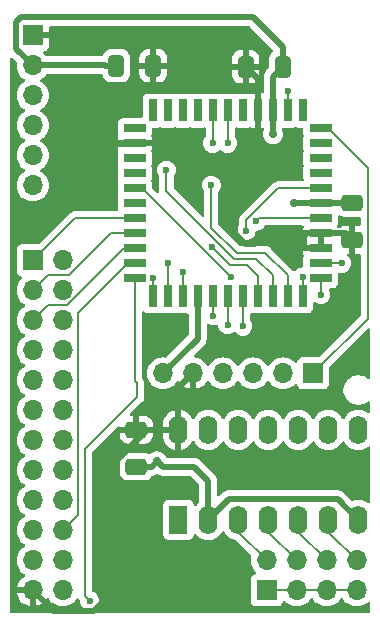
<source format=gbr>
%TF.GenerationSoftware,KiCad,Pcbnew,8.0.0-8.0.0-1~ubuntu22.04.1*%
%TF.CreationDate,2024-03-03T19:53:44+01:00*%
%TF.ProjectId,spi65,73706936-352e-46b6-9963-61645f706362,rev?*%
%TF.SameCoordinates,Original*%
%TF.FileFunction,Copper,L1,Top*%
%TF.FilePolarity,Positive*%
%FSLAX46Y46*%
G04 Gerber Fmt 4.6, Leading zero omitted, Abs format (unit mm)*
G04 Created by KiCad (PCBNEW 8.0.0-8.0.0-1~ubuntu22.04.1) date 2024-03-03 19:53:44*
%MOMM*%
%LPD*%
G01*
G04 APERTURE LIST*
G04 Aperture macros list*
%AMRoundRect*
0 Rectangle with rounded corners*
0 $1 Rounding radius*
0 $2 $3 $4 $5 $6 $7 $8 $9 X,Y pos of 4 corners*
0 Add a 4 corners polygon primitive as box body*
4,1,4,$2,$3,$4,$5,$6,$7,$8,$9,$2,$3,0*
0 Add four circle primitives for the rounded corners*
1,1,$1+$1,$2,$3*
1,1,$1+$1,$4,$5*
1,1,$1+$1,$6,$7*
1,1,$1+$1,$8,$9*
0 Add four rect primitives between the rounded corners*
20,1,$1+$1,$2,$3,$4,$5,0*
20,1,$1+$1,$4,$5,$6,$7,0*
20,1,$1+$1,$6,$7,$8,$9,0*
20,1,$1+$1,$8,$9,$2,$3,0*%
G04 Aperture macros list end*
%TA.AperFunction,SMDPad,CuDef*%
%ADD10RoundRect,0.250000X-0.650000X0.412500X-0.650000X-0.412500X0.650000X-0.412500X0.650000X0.412500X0*%
%TD*%
%TA.AperFunction,ComponentPad*%
%ADD11R,1.700000X1.700000*%
%TD*%
%TA.AperFunction,ComponentPad*%
%ADD12O,1.700000X1.700000*%
%TD*%
%TA.AperFunction,SMDPad,CuDef*%
%ADD13RoundRect,0.250000X-0.412500X-0.650000X0.412500X-0.650000X0.412500X0.650000X-0.412500X0.650000X0*%
%TD*%
%TA.AperFunction,ComponentPad*%
%ADD14R,1.600000X2.400000*%
%TD*%
%TA.AperFunction,ComponentPad*%
%ADD15O,1.600000X2.400000*%
%TD*%
%TA.AperFunction,SMDPad,CuDef*%
%ADD16RoundRect,0.250000X0.412500X0.650000X-0.412500X0.650000X-0.412500X-0.650000X0.412500X-0.650000X0*%
%TD*%
%TA.AperFunction,SMDPad,CuDef*%
%ADD17R,1.925000X0.700000*%
%TD*%
%TA.AperFunction,SMDPad,CuDef*%
%ADD18R,0.700000X1.925000*%
%TD*%
%TA.AperFunction,SMDPad,CuDef*%
%ADD19RoundRect,0.250000X0.650000X-0.412500X0.650000X0.412500X-0.650000X0.412500X-0.650000X-0.412500X0*%
%TD*%
%TA.AperFunction,ViaPad*%
%ADD20C,0.700000*%
%TD*%
%TA.AperFunction,ViaPad*%
%ADD21C,0.600000*%
%TD*%
%TA.AperFunction,Conductor*%
%ADD22C,0.500000*%
%TD*%
%TA.AperFunction,Conductor*%
%ADD23C,0.200000*%
%TD*%
G04 APERTURE END LIST*
D10*
%TO.P,C4,1*%
%TO.N,VCC*%
X112903000Y-93091000D03*
%TO.P,C4,2*%
%TO.N,GND*%
X112903000Y-96216000D03*
%TD*%
D11*
%TO.P,J3,1,Pin_1*%
%TO.N,VCC*%
X104140000Y-59690000D03*
D12*
%TO.P,J3,2,Pin_2*%
%TO.N,GND*%
X104140000Y-62230000D03*
%TO.P,J3,3,Pin_3*%
%TO.N,/TCK*%
X104140000Y-64770000D03*
%TO.P,J3,4,Pin_4*%
%TO.N,/TDO*%
X104140000Y-67310000D03*
%TO.P,J3,5,Pin_5*%
%TO.N,/TDI*%
X104140000Y-69850000D03*
%TO.P,J3,6,Pin_6*%
%TO.N,/TMS*%
X104140000Y-72390000D03*
%TD*%
D11*
%TO.P,J2,1,Pin_1*%
%TO.N,/EXTCLK*%
X123952000Y-106680000D03*
D12*
%TO.P,J2,2,Pin_2*%
%TO.N,Net-(J2-Pin_2)*%
X123952000Y-104140000D03*
%TO.P,J2,3,Pin_3*%
%TO.N,/EXTCLK*%
X126492000Y-106680000D03*
%TO.P,J2,4,Pin_4*%
%TO.N,Net-(J2-Pin_4)*%
X126492000Y-104140000D03*
%TO.P,J2,5,Pin_5*%
%TO.N,/EXTCLK*%
X129032000Y-106680000D03*
%TO.P,J2,6,Pin_6*%
%TO.N,Net-(J2-Pin_6)*%
X129032000Y-104140000D03*
%TO.P,J2,7,Pin_7*%
%TO.N,/EXTCLK*%
X131572000Y-106680000D03*
%TO.P,J2,8,Pin_8*%
%TO.N,Net-(J2-Pin_8)*%
X131572000Y-104140000D03*
%TD*%
D11*
%TO.P,J1,1,Pin_1*%
%TO.N,/CS*%
X127867000Y-88306500D03*
D12*
%TO.P,J1,2,Pin_2*%
%TO.N,/SCK*%
X125327000Y-88306500D03*
%TO.P,J1,3,Pin_3*%
%TO.N,/MOSI*%
X122787000Y-88306500D03*
%TO.P,J1,4,Pin_4*%
%TO.N,/MISO*%
X120247000Y-88306500D03*
%TO.P,J1,5,Pin_5*%
%TO.N,VCC*%
X117707000Y-88306500D03*
%TO.P,J1,6,Pin_6*%
%TO.N,GND*%
X115167000Y-88306500D03*
%TD*%
D13*
%TO.P,C2,1*%
%TO.N,VCC*%
X122174000Y-62357000D03*
%TO.P,C2,2*%
%TO.N,GND*%
X125299000Y-62357000D03*
%TD*%
D14*
%TO.P,U2,1,CP*%
%TO.N,/BUF_PHI2*%
X116459000Y-100711000D03*
D15*
%TO.P,U2,2,MR*%
%TO.N,GND*%
X118999000Y-100711000D03*
%TO.P,U2,3,Q0*%
%TO.N,Net-(J2-Pin_2)*%
X121539000Y-100711000D03*
%TO.P,U2,4,Q1*%
%TO.N,Net-(J2-Pin_4)*%
X124079000Y-100711000D03*
%TO.P,U2,5,Q2*%
%TO.N,Net-(J2-Pin_6)*%
X126619000Y-100711000D03*
%TO.P,U2,6,Q3*%
%TO.N,Net-(J2-Pin_8)*%
X129159000Y-100711000D03*
%TO.P,U2,7,GND*%
%TO.N,GND*%
X131699000Y-100711000D03*
%TO.P,U2,8*%
%TO.N,N/C*%
X131699000Y-93091000D03*
%TO.P,U2,9*%
X129159000Y-93091000D03*
%TO.P,U2,10*%
X126619000Y-93091000D03*
%TO.P,U2,11*%
X124079000Y-93091000D03*
%TO.P,U2,12*%
X121539000Y-93091000D03*
%TO.P,U2,13*%
X118999000Y-93091000D03*
%TO.P,U2,14,VCC*%
%TO.N,VCC*%
X116459000Y-93091000D03*
%TD*%
D11*
%TO.P,SLOT1,1,Pin_1*%
%TO.N,/BUF_D0*%
X104140000Y-78740000D03*
D12*
%TO.P,SLOT1,2,Pin_2*%
%TO.N,/BUF_A0*%
X106680000Y-78740000D03*
%TO.P,SLOT1,3,Pin_3*%
%TO.N,/BUF_D1*%
X104140000Y-81280000D03*
%TO.P,SLOT1,4,Pin_4*%
%TO.N,/BUF_A1*%
X106680000Y-81280000D03*
%TO.P,SLOT1,5,Pin_5*%
%TO.N,/BUF_D2*%
X104140000Y-83820000D03*
%TO.P,SLOT1,6,Pin_6*%
%TO.N,/BUF_A2*%
X106680000Y-83820000D03*
%TO.P,SLOT1,7,Pin_7*%
%TO.N,/BUF_D3*%
X104140000Y-86360000D03*
%TO.P,SLOT1,8,Pin_8*%
%TO.N,/BUF_A3*%
X106680000Y-86360000D03*
%TO.P,SLOT1,9,Pin_9*%
%TO.N,/BUF_D4*%
X104140000Y-88900000D03*
%TO.P,SLOT1,10,Pin_10*%
%TO.N,/BUF_R~{W}*%
X106680000Y-88900000D03*
%TO.P,SLOT1,11,Pin_11*%
%TO.N,/BUF_D5*%
X104140000Y-91440000D03*
%TO.P,SLOT1,12,Pin_12*%
%TO.N,/~{BUF_WE}*%
X106680000Y-91440000D03*
%TO.P,SLOT1,13,Pin_13*%
%TO.N,/BUF_D6*%
X104140000Y-93980000D03*
%TO.P,SLOT1,14,Pin_14*%
%TO.N,/~{BUF_OE}*%
X106680000Y-93980000D03*
%TO.P,SLOT1,15,Pin_15*%
%TO.N,/BUF_D7*%
X104140000Y-96520000D03*
%TO.P,SLOT1,16,Pin_16*%
%TO.N,/~{CS_SLOT0}*%
X106680000Y-96520000D03*
%TO.P,SLOT1,17,Pin_17*%
%TO.N,/~{IRQ}*%
X104140000Y-99060000D03*
%TO.P,SLOT1,18,Pin_18*%
%TO.N,/~{NMI}*%
X106680000Y-99060000D03*
%TO.P,SLOT1,19,Pin_19*%
%TO.N,/CPU_RDY*%
X104140000Y-101600000D03*
%TO.P,SLOT1,20,Pin_20*%
%TO.N,/BUF_PHI2*%
X106680000Y-101600000D03*
%TO.P,SLOT1,21,Pin_21*%
%TO.N,/~{RESET}*%
X104140000Y-104140000D03*
%TO.P,SLOT1,22,Pin_22*%
%TO.N,/RESET_TRIG*%
X106680000Y-104140000D03*
%TO.P,SLOT1,23,Pin_23*%
%TO.N,VCC*%
X104140000Y-106680000D03*
%TO.P,SLOT1,24,Pin_24*%
%TO.N,GND*%
X106680000Y-106680000D03*
%TD*%
D16*
%TO.P,C3,1*%
%TO.N,VCC*%
X114338500Y-62268500D03*
%TO.P,C3,2*%
%TO.N,GND*%
X111213500Y-62268500D03*
%TD*%
D17*
%TO.P,U1,1,INT3*%
%TO.N,unconnected-(U1-M1-Pad1)*%
X112787499Y-73902500D03*
%TO.P,U1,2,D0*%
%TO.N,/BUF_D0*%
X112787499Y-75172501D03*
%TO.P,U1,3,D1*%
%TO.N,/BUF_D1*%
X112787499Y-76442500D03*
%TO.P,U1,4,D2*%
%TO.N,/BUF_D2*%
X112787499Y-77712500D03*
%TO.P,U1,5,PHI2*%
%TO.N,/BUF_PHI2*%
X112787498Y-78982500D03*
%TO.P,U1,6,EXTCLK*%
%TO.N,/EXTCLK*%
X112787499Y-80252500D03*
D18*
%TO.P,U1,7,R~{W}*%
%TO.N,/BUF_R~{W}*%
X114299999Y-81765000D03*
%TO.P,U1,8,D3*%
%TO.N,/BUF_D3*%
X115569999Y-81765001D03*
%TO.P,U1,9,D4*%
%TO.N,/BUF_D4*%
X116839999Y-81765000D03*
%TO.P,U1,10,GND*%
%TO.N,GND*%
X118109999Y-81765000D03*
%TO.P,U1,11,D5*%
%TO.N,/BUF_D5*%
X119379998Y-81765000D03*
%TO.P,U1,12,D6*%
%TO.N,/BUF_D6*%
X120649999Y-81765000D03*
%TO.P,U1,13,D7*%
%TO.N,/BUF_D7*%
X121920000Y-81765000D03*
%TO.P,U1,14,~{IRQ}*%
%TO.N,/~{IRQ}*%
X123189999Y-81765000D03*
%TO.P,U1,15,TDI*%
%TO.N,/TDI*%
X124459999Y-81765000D03*
%TO.P,U1,16,TMS*%
%TO.N,/TMS*%
X125729999Y-81765001D03*
%TO.P,U1,17,TCK*%
%TO.N,/TCK*%
X126999999Y-81765000D03*
D17*
%TO.P,U1,18,~{CS2}*%
%TO.N,/~{CS_SLOT0}*%
X128512499Y-80252500D03*
%TO.P,U1,19,~{RES}*%
%TO.N,/~{RESET}*%
X128512500Y-78982500D03*
%TO.P,U1,20,CS1*%
%TO.N,VCC*%
X128512499Y-77712500D03*
%TO.P,U1,21,VCC*%
X128512499Y-76442500D03*
%TO.P,U1,22,A0*%
%TO.N,/BUF_A0*%
X128512499Y-75172501D03*
%TO.P,U1,23,GND*%
%TO.N,GND*%
X128512499Y-73902500D03*
%TO.P,U1,24,A1*%
%TO.N,/BUF_A1*%
X128512499Y-72632499D03*
%TO.P,U1,25,~{SEL3}*%
%TO.N,unconnected-(U1-M17-Pad25)*%
X128512499Y-71362500D03*
%TO.P,U1,26,~{SEL2}*%
%TO.N,unconnected-(U1-M16-Pad26)*%
X128512499Y-70092500D03*
%TO.P,U1,27,~{SEL1}*%
%TO.N,unconnected-(U1-M15-Pad27)*%
X128512500Y-68822500D03*
%TO.P,U1,28,~{SEL0}*%
%TO.N,/CS*%
X128512499Y-67552500D03*
D18*
%TO.P,U1,29,n/c*%
%TO.N,unconnected-(U1-M13-Pad29)*%
X126999999Y-66040000D03*
%TO.P,U1,30,TDO*%
%TO.N,/TDO*%
X125729999Y-66039999D03*
%TO.P,U1,31,GND*%
%TO.N,GND*%
X124459999Y-66040000D03*
%TO.P,U1,32,VCCIO*%
%TO.N,VCC*%
X123189999Y-66040000D03*
%TO.P,U1,33,n/c*%
%TO.N,unconnected-(U1-M12-Pad33)*%
X121920000Y-66040000D03*
%TO.P,U1,34,SCLK*%
%TO.N,/SCK*%
X120649999Y-66040000D03*
%TO.P,U1,35,MOSI*%
%TO.N,/MOSI*%
X119379998Y-66040000D03*
%TO.P,U1,36,n/c*%
%TO.N,unconnected-(U1-M9-Pad36)*%
X118109999Y-66040000D03*
%TO.P,U1,37,MISO3*%
%TO.N,unconnected-(U1-M8-Pad37)*%
X116839999Y-66040000D03*
%TO.P,U1,38,MISO2*%
%TO.N,unconnected-(U1-M7-Pad38)*%
X115569999Y-66039999D03*
%TO.P,U1,39,INT2*%
%TO.N,unconnected-(U1-I{slash}O{slash}GSR-Pad39)*%
X114299999Y-66040000D03*
D17*
%TO.P,U1,40,INT1*%
%TO.N,unconnected-(U1-I{slash}O{slash}GTS2-Pad40)*%
X112787499Y-67552500D03*
%TO.P,U1,41,VCC*%
%TO.N,VCC*%
X112787498Y-68822500D03*
%TO.P,U1,42,INT0*%
%TO.N,unconnected-(U1-I{slash}O{slash}GTS1-Pad42)*%
X112787499Y-70092500D03*
%TO.P,U1,43,MISO1*%
%TO.N,unconnected-(U1-M4-Pad43)*%
X112787499Y-71362500D03*
%TO.P,U1,44,MISO0*%
%TO.N,/MISO*%
X112787499Y-72632499D03*
%TD*%
D19*
%TO.P,C1,1*%
%TO.N,VCC*%
X131191000Y-77000500D03*
%TO.P,C1,2*%
%TO.N,GND*%
X131191000Y-73875500D03*
%TD*%
D20*
%TO.N,GND*%
X126238000Y-73914000D03*
X114681000Y-95770000D03*
X124460000Y-68072000D03*
D21*
%TO.N,/MISO*%
X120904492Y-80137000D03*
%TO.N,/MOSI*%
X119380000Y-68834000D03*
%TO.N,/SCK*%
X120650000Y-68834000D03*
%TO.N,/EXTCLK*%
X108966000Y-107569000D03*
%TO.N,/~{CS_SLOT0}*%
X128524000Y-81661000D03*
%TO.N,/BUF_A1*%
X122203541Y-76229541D03*
%TO.N,/BUF_R~{W}*%
X114299998Y-80263999D03*
%TO.N,/BUF_D6*%
X120650000Y-84201000D03*
%TO.N,/BUF_D3*%
X115570000Y-78994000D03*
%TO.N,/~{RESET}*%
X130302000Y-78994000D03*
%TO.N,/BUF_D4*%
X116840000Y-79741000D03*
%TO.N,/BUF_D7*%
X121920000Y-84328000D03*
%TO.N,/~{IRQ}*%
X119319343Y-77638520D03*
%TO.N,/BUF_A0*%
X123063000Y-75423000D03*
%TO.N,/BUF_D5*%
X119379998Y-83439000D03*
%TO.N,/TDI*%
X115462538Y-71100462D03*
%TO.N,/TMS*%
X119253000Y-72390000D03*
%TO.N,/TCK*%
X126999999Y-80137000D03*
%TO.N,/TDO*%
X125730000Y-64389000D03*
%TD*%
D22*
%TO.N,VCC*%
X123189999Y-64389000D02*
X123189999Y-66040000D01*
X114338500Y-64350500D02*
X114300000Y-64389000D01*
X128500999Y-77724000D02*
X127127000Y-77724000D01*
X112737498Y-68872500D02*
X112787498Y-68822500D01*
X109997000Y-107740082D02*
X109318082Y-108419000D01*
X128512499Y-77712500D02*
X128500999Y-77724000D01*
X123189999Y-73025001D02*
X121285000Y-74930000D01*
X130644500Y-76454000D02*
X131191000Y-77000500D01*
X104140000Y-59690000D02*
X121539000Y-59690000D01*
X128512499Y-76442500D02*
X128523999Y-76454000D01*
X123189999Y-63372999D02*
X123189999Y-64389000D01*
X111125000Y-66802499D02*
X113538499Y-64389000D01*
X116459000Y-93091000D02*
X116459000Y-89554500D01*
X127127000Y-77724000D02*
X127127000Y-76708000D01*
X105879000Y-108419000D02*
X104140000Y-106680000D01*
X122174000Y-60325000D02*
X122174000Y-62357000D01*
X113827202Y-93091000D02*
X109997000Y-96921202D01*
X109997000Y-96921202D02*
X109997000Y-107740082D01*
X116459000Y-89554500D02*
X117707000Y-88306500D01*
X123189999Y-66040000D02*
X123189999Y-73025001D01*
X128523999Y-76454000D02*
X130644500Y-76454000D01*
X122114918Y-77343000D02*
X122948406Y-77343000D01*
X112903000Y-93091000D02*
X116459000Y-93091000D01*
X109318082Y-108419000D02*
X105879000Y-108419000D01*
X122948406Y-77343000D02*
X123836500Y-76454906D01*
X111125000Y-68872500D02*
X112737498Y-68872500D01*
X128512499Y-76442500D02*
X123836500Y-76442500D01*
X114300000Y-64389000D02*
X123189999Y-64389000D01*
X116459000Y-93091000D02*
X113827202Y-93091000D01*
X127127000Y-76708000D02*
X127392500Y-76442500D01*
X113538499Y-64389000D02*
X114300000Y-64389000D01*
X111125000Y-68872500D02*
X111125000Y-66802499D01*
X121285000Y-74930000D02*
X121285000Y-76513082D01*
X127392500Y-76442500D02*
X128512499Y-76442500D01*
X121285000Y-76513082D02*
X122114918Y-77343000D01*
X122174000Y-62357000D02*
X123189999Y-63372999D01*
X121539000Y-59690000D02*
X122174000Y-60325000D01*
X114338500Y-62268500D02*
X114338500Y-64350500D01*
%TO.N,GND*%
X110274500Y-62268500D02*
X111213500Y-62268500D01*
X103124000Y-58166000D02*
X122809000Y-58166000D01*
X104140000Y-62230000D02*
X110236000Y-62230000D01*
X102740000Y-60830000D02*
X102740000Y-58550000D01*
X120749000Y-98961000D02*
X129949000Y-98961000D01*
X125299000Y-62357000D02*
X124459999Y-63196001D01*
X110236000Y-62230000D02*
X110274500Y-62268500D01*
X124459999Y-63196001D02*
X124459999Y-66040000D01*
X129949000Y-98961000D02*
X131699000Y-100711000D01*
X118110000Y-85363500D02*
X118109999Y-81765000D01*
X124460000Y-68072000D02*
X124459999Y-66040000D01*
X128512499Y-73902500D02*
X126249500Y-73902500D01*
X131164000Y-73902500D02*
X131191000Y-73875500D01*
X128512499Y-73902500D02*
X131164000Y-73902500D01*
X126249500Y-73902500D02*
X126238000Y-73914000D01*
X118999000Y-97409000D02*
X117806000Y-96216000D01*
X117806000Y-96216000D02*
X115127000Y-96216000D01*
X125299000Y-60656000D02*
X125299000Y-62357000D01*
X112903000Y-96216000D02*
X114235000Y-96216000D01*
X122809000Y-58166000D02*
X125299000Y-60656000D01*
X114235000Y-96216000D02*
X114681000Y-95770000D01*
X115127000Y-96216000D02*
X114681000Y-95770000D01*
X102740000Y-58550000D02*
X103124000Y-58166000D01*
X104140000Y-62230000D02*
X102740000Y-60830000D01*
X118999000Y-100711000D02*
X120749000Y-98961000D01*
X118999000Y-100711000D02*
X118999000Y-97409000D01*
X115167000Y-88306500D02*
X118110000Y-85363500D01*
D23*
%TO.N,/CS*%
X129124999Y-67552500D02*
X132491000Y-70918501D01*
X128512499Y-67552500D02*
X129124999Y-67552500D01*
X132491000Y-70918501D02*
X132491000Y-83682500D01*
X132491000Y-83682500D02*
X127867000Y-88306500D01*
%TO.N,/MISO*%
X120904492Y-80136992D02*
X120904492Y-80137000D01*
X112787499Y-72632499D02*
X113399999Y-72632499D01*
X113399999Y-72632499D02*
X120904492Y-80136992D01*
%TO.N,/MOSI*%
X119379998Y-68833998D02*
X119379998Y-66040000D01*
X119380000Y-68834000D02*
X119379998Y-68833998D01*
%TO.N,/SCK*%
X120649999Y-66040000D02*
X120650000Y-68834000D01*
%TO.N,Net-(J2-Pin_6)*%
X126619000Y-101727000D02*
X129032000Y-104140000D01*
X126619000Y-100711000D02*
X126619000Y-101727000D01*
%TO.N,/EXTCLK*%
X112787499Y-80252500D02*
X112787499Y-88970811D01*
X112983000Y-89166312D02*
X112983000Y-90284688D01*
X108585000Y-107188000D02*
X108966000Y-107569000D01*
X129032000Y-106680000D02*
X126492000Y-106680000D01*
X112787499Y-88970811D02*
X112983000Y-89166312D01*
X112983000Y-90284688D02*
X108585000Y-94682688D01*
X126492000Y-106680000D02*
X123952000Y-106680000D01*
X108585000Y-94682688D02*
X108585000Y-107188000D01*
X131572000Y-106680000D02*
X129032000Y-106680000D01*
%TO.N,Net-(J2-Pin_4)*%
X124079000Y-101727000D02*
X126492000Y-104140000D01*
X124079000Y-100711000D02*
X124079000Y-101727000D01*
%TO.N,Net-(J2-Pin_8)*%
X129159000Y-100711000D02*
X129159000Y-101727000D01*
X129159000Y-101727000D02*
X131572000Y-104140000D01*
%TO.N,Net-(J2-Pin_2)*%
X121539000Y-101727000D02*
X123952000Y-104140000D01*
X121539000Y-100711000D02*
X121539000Y-101727000D01*
%TO.N,/~{CS_SLOT0}*%
X128524000Y-80264001D02*
X128512499Y-80252500D01*
X128524000Y-81661000D02*
X128524000Y-80264001D01*
%TO.N,/BUF_D0*%
X104140000Y-78740000D02*
X107707499Y-75172501D01*
X107707499Y-75172501D02*
X112787499Y-75172501D01*
%TO.N,/BUF_A1*%
X128512499Y-72632499D02*
X124934262Y-72632499D01*
X124934262Y-72632499D02*
X122203541Y-75363220D01*
X122203541Y-75363220D02*
X122203541Y-76229541D01*
%TO.N,/BUF_R~{W}*%
X114299999Y-81765000D02*
X114299998Y-80263999D01*
%TO.N,/BUF_D2*%
X104140000Y-83820000D02*
X105410000Y-82550000D01*
X111873846Y-77712500D02*
X112787499Y-77712500D01*
X107036346Y-82550000D02*
X111873846Y-77712500D01*
X105410000Y-82550000D02*
X107036346Y-82550000D01*
%TO.N,/BUF_D6*%
X120649999Y-81765000D02*
X120650000Y-84201000D01*
%TO.N,/BUF_D3*%
X115569999Y-81765001D02*
X115570000Y-78994000D01*
%TO.N,/~{RESET}*%
X128524000Y-78994000D02*
X128512500Y-78982500D01*
X130302000Y-78994000D02*
X128524000Y-78994000D01*
%TO.N,/BUF_D4*%
X116839999Y-81765000D02*
X116840000Y-79741000D01*
%TO.N,/BUF_PHI2*%
X107950000Y-83207498D02*
X107950000Y-100330000D01*
X112787498Y-78982500D02*
X112174998Y-78982500D01*
X107950000Y-100330000D02*
X106680000Y-101600000D01*
X112174998Y-78982500D02*
X107950000Y-83207498D01*
%TO.N,/BUF_D7*%
X121920000Y-84328000D02*
X121920000Y-81765000D01*
%TO.N,/~{IRQ}*%
X122270393Y-79120000D02*
X120800823Y-79120000D01*
X120800823Y-79120000D02*
X119319343Y-77638520D01*
X123189999Y-80039606D02*
X122270393Y-79120000D01*
X123189999Y-81765000D02*
X123189999Y-80039606D01*
%TO.N,/BUF_A0*%
X128512499Y-75172501D02*
X123313499Y-75172501D01*
X123313499Y-75172501D02*
X123063000Y-75423000D01*
%TO.N,/BUF_D1*%
X105410000Y-80010000D02*
X104140000Y-81280000D01*
X107188000Y-80010000D02*
X105410000Y-80010000D01*
X112787499Y-76442500D02*
X110755500Y-76442500D01*
X110755500Y-76442500D02*
X107188000Y-80010000D01*
%TO.N,/BUF_D5*%
X119379998Y-81765000D02*
X119379998Y-83439000D01*
%TO.N,/TDI*%
X121189655Y-78620000D02*
X115462538Y-72892883D01*
X115462538Y-72892883D02*
X115462538Y-71100462D01*
X123070000Y-78620000D02*
X121189655Y-78620000D01*
X124459999Y-81765000D02*
X124459999Y-80009999D01*
X124459999Y-80009999D02*
X123070000Y-78620000D01*
%TO.N,/TMS*%
X123840000Y-78120000D02*
X121396761Y-78120000D01*
X125729999Y-81765001D02*
X125729999Y-80009999D01*
X121396761Y-78120000D02*
X119253000Y-75976239D01*
X119253000Y-75976239D02*
X119253000Y-72390000D01*
X125729999Y-80009999D02*
X123840000Y-78120000D01*
%TO.N,/TCK*%
X126999999Y-81765000D02*
X126999999Y-80137000D01*
%TO.N,/TDO*%
X125729999Y-66039999D02*
X125730000Y-64389000D01*
%TD*%
%TA.AperFunction,Conductor*%
%TO.N,VCC*%
G36*
X122513809Y-58936185D02*
G01*
X122534451Y-58952819D01*
X124478943Y-60897311D01*
X124512428Y-60958634D01*
X124507444Y-61028326D01*
X124465572Y-61084259D01*
X124456361Y-61090529D01*
X124417846Y-61114285D01*
X124293789Y-61238342D01*
X124201687Y-61387663D01*
X124201685Y-61387668D01*
X124188777Y-61426623D01*
X124146501Y-61554203D01*
X124146501Y-61554204D01*
X124146500Y-61554204D01*
X124136000Y-61656983D01*
X124136000Y-62407269D01*
X124116315Y-62474308D01*
X124099681Y-62494950D01*
X123877051Y-62717579D01*
X123877048Y-62717582D01*
X123827811Y-62791272D01*
X123794920Y-62840497D01*
X123794913Y-62840509D01*
X123738341Y-62977087D01*
X123738339Y-62977093D01*
X123709499Y-63122080D01*
X123709499Y-64453500D01*
X123689814Y-64520539D01*
X123637010Y-64566294D01*
X123585499Y-64577500D01*
X123439999Y-64577500D01*
X123439999Y-67502500D01*
X123585499Y-67502500D01*
X123652538Y-67522185D01*
X123698293Y-67574989D01*
X123709499Y-67626500D01*
X123709499Y-67637679D01*
X123692888Y-67699677D01*
X123678749Y-67724167D01*
X123623504Y-67894192D01*
X123623503Y-67894194D01*
X123604815Y-68072000D01*
X123623503Y-68249805D01*
X123623504Y-68249807D01*
X123678747Y-68419829D01*
X123678750Y-68419835D01*
X123768141Y-68574665D01*
X123772945Y-68580000D01*
X123887764Y-68707521D01*
X123887767Y-68707523D01*
X123887770Y-68707526D01*
X124032407Y-68812612D01*
X124195733Y-68885329D01*
X124370609Y-68922500D01*
X124370610Y-68922500D01*
X124549389Y-68922500D01*
X124549391Y-68922500D01*
X124724267Y-68885329D01*
X124887593Y-68812612D01*
X125032230Y-68707526D01*
X125055597Y-68681575D01*
X125070651Y-68664855D01*
X125151859Y-68574665D01*
X125241250Y-68419835D01*
X125296497Y-68249803D01*
X125315185Y-68072000D01*
X125296497Y-67894197D01*
X125257333Y-67773663D01*
X125241252Y-67724170D01*
X125241251Y-67724168D01*
X125241250Y-67724165D01*
X125227110Y-67699675D01*
X125210499Y-67637677D01*
X125210499Y-67626998D01*
X125230184Y-67559959D01*
X125282988Y-67514204D01*
X125334494Y-67502998D01*
X126127871Y-67502998D01*
X126187482Y-67496590D01*
X126321665Y-67446542D01*
X126391354Y-67441559D01*
X126408329Y-67446543D01*
X126472318Y-67470409D01*
X126542516Y-67496591D01*
X126602126Y-67503000D01*
X126925499Y-67502999D01*
X126992538Y-67522683D01*
X127038293Y-67575487D01*
X127049499Y-67626999D01*
X127049499Y-67950369D01*
X127049500Y-67950376D01*
X127055907Y-68009983D01*
X127105955Y-68144168D01*
X127110939Y-68213860D01*
X127105955Y-68230833D01*
X127055909Y-68365014D01*
X127055908Y-68365016D01*
X127049501Y-68424616D01*
X127049500Y-68424635D01*
X127049500Y-69220370D01*
X127049501Y-69220376D01*
X127055909Y-69279984D01*
X127105955Y-69414167D01*
X127110939Y-69483858D01*
X127105955Y-69500832D01*
X127055907Y-69635017D01*
X127049500Y-69694616D01*
X127049500Y-69694623D01*
X127049499Y-69694635D01*
X127049499Y-70490370D01*
X127049500Y-70490376D01*
X127055908Y-70549984D01*
X127105954Y-70684168D01*
X127110938Y-70753860D01*
X127105954Y-70770832D01*
X127055908Y-70905014D01*
X127055907Y-70905016D01*
X127049500Y-70964616D01*
X127049500Y-70964623D01*
X127049499Y-70964635D01*
X127049499Y-71760370D01*
X127049500Y-71760376D01*
X127055908Y-71819984D01*
X127072573Y-71864667D01*
X127077557Y-71934359D01*
X127044071Y-71995681D01*
X126982748Y-72029166D01*
X126956391Y-72031999D01*
X125020932Y-72031999D01*
X125020916Y-72031998D01*
X125013320Y-72031998D01*
X124855205Y-72031998D01*
X124778841Y-72052460D01*
X124702476Y-72072922D01*
X124702471Y-72072925D01*
X124565552Y-72151974D01*
X124565544Y-72151980D01*
X121723022Y-74994502D01*
X121723018Y-74994507D01*
X121677426Y-75073477D01*
X121677426Y-75073478D01*
X121643964Y-75131434D01*
X121643964Y-75131435D01*
X121603040Y-75284163D01*
X121603040Y-75284165D01*
X121603040Y-75452266D01*
X121603041Y-75452279D01*
X121603041Y-75647128D01*
X121583356Y-75714167D01*
X121575991Y-75724437D01*
X121573727Y-75727275D01*
X121477752Y-75880017D01*
X121418172Y-76050286D01*
X121418171Y-76050291D01*
X121397976Y-76229537D01*
X121397976Y-76229544D01*
X121418171Y-76408790D01*
X121418172Y-76408795D01*
X121477752Y-76579064D01*
X121549029Y-76692500D01*
X121573725Y-76731803D01*
X121701279Y-76859357D01*
X121854019Y-76955330D01*
X122024286Y-77014909D01*
X122024291Y-77014910D01*
X122203537Y-77035106D01*
X122203541Y-77035106D01*
X122203545Y-77035106D01*
X122382790Y-77014910D01*
X122382793Y-77014909D01*
X122382796Y-77014909D01*
X122553063Y-76955330D01*
X122705803Y-76859357D01*
X122833357Y-76731803D01*
X122858053Y-76692500D01*
X127049999Y-76692500D01*
X127049999Y-76840344D01*
X127056400Y-76899872D01*
X127056402Y-76899879D01*
X127106488Y-77034167D01*
X127111472Y-77103859D01*
X127106488Y-77120833D01*
X127056402Y-77255120D01*
X127056400Y-77255127D01*
X127049999Y-77314655D01*
X127049999Y-77462500D01*
X128262499Y-77462500D01*
X128262499Y-76692500D01*
X127049999Y-76692500D01*
X122858053Y-76692500D01*
X122929330Y-76579063D01*
X122988909Y-76408796D01*
X122997453Y-76332968D01*
X123024519Y-76268554D01*
X123082114Y-76228999D01*
X123106789Y-76223631D01*
X123138212Y-76220090D01*
X123242249Y-76208369D01*
X123242252Y-76208368D01*
X123242255Y-76208368D01*
X123412522Y-76148789D01*
X123565262Y-76052816D01*
X123692816Y-75925262D01*
X123752027Y-75831027D01*
X123804361Y-75784738D01*
X123857020Y-75773001D01*
X126956924Y-75773001D01*
X127023963Y-75792686D01*
X127069718Y-75845490D01*
X127079662Y-75914648D01*
X127073106Y-75940333D01*
X127056402Y-75985117D01*
X127056400Y-75985127D01*
X127049999Y-76044655D01*
X127049999Y-76192500D01*
X128638499Y-76192500D01*
X128705538Y-76212185D01*
X128751293Y-76264989D01*
X128762499Y-76316500D01*
X128762499Y-77838500D01*
X128742814Y-77905539D01*
X128690010Y-77951294D01*
X128638499Y-77962500D01*
X127049999Y-77962500D01*
X127049999Y-78110344D01*
X127056400Y-78169872D01*
X127056402Y-78169879D01*
X127106222Y-78303453D01*
X127111206Y-78373144D01*
X127106222Y-78390119D01*
X127055908Y-78525017D01*
X127049501Y-78584616D01*
X127049501Y-78584623D01*
X127049500Y-78584635D01*
X127049500Y-79215044D01*
X127029815Y-79282083D01*
X126977011Y-79327838D01*
X126939383Y-79338264D01*
X126820749Y-79351630D01*
X126820744Y-79351631D01*
X126650475Y-79411211D01*
X126497738Y-79507183D01*
X126374759Y-79630162D01*
X126313436Y-79663646D01*
X126243744Y-79658662D01*
X126199398Y-79630162D01*
X126098715Y-79529479D01*
X126098714Y-79529478D01*
X126094384Y-79525148D01*
X126094373Y-79525138D01*
X124327590Y-77758355D01*
X124327588Y-77758352D01*
X124208717Y-77639481D01*
X124208716Y-77639480D01*
X124121904Y-77589360D01*
X124121904Y-77589359D01*
X124121900Y-77589358D01*
X124071785Y-77560423D01*
X123919057Y-77519499D01*
X123760943Y-77519499D01*
X123753347Y-77519499D01*
X123753331Y-77519500D01*
X121696858Y-77519500D01*
X121629819Y-77499815D01*
X121609177Y-77483181D01*
X119889819Y-75763823D01*
X119856334Y-75702500D01*
X119853500Y-75676142D01*
X119853500Y-72972412D01*
X119873185Y-72905373D01*
X119880555Y-72895097D01*
X119882810Y-72892267D01*
X119882816Y-72892262D01*
X119978789Y-72739522D01*
X120038368Y-72569255D01*
X120058565Y-72390000D01*
X120041058Y-72234622D01*
X120038369Y-72210750D01*
X120038368Y-72210745D01*
X120025866Y-72175016D01*
X119978789Y-72040478D01*
X119973461Y-72031999D01*
X119882815Y-71887737D01*
X119755262Y-71760184D01*
X119602523Y-71664211D01*
X119432254Y-71604631D01*
X119432249Y-71604630D01*
X119253004Y-71584435D01*
X119252996Y-71584435D01*
X119073750Y-71604630D01*
X119073745Y-71604631D01*
X118903476Y-71664211D01*
X118750737Y-71760184D01*
X118623184Y-71887737D01*
X118527211Y-72040476D01*
X118467631Y-72210745D01*
X118467630Y-72210750D01*
X118447435Y-72389996D01*
X118447435Y-72390003D01*
X118467630Y-72569249D01*
X118467631Y-72569254D01*
X118527211Y-72739523D01*
X118623185Y-72892263D01*
X118625445Y-72895097D01*
X118626334Y-72897275D01*
X118626889Y-72898158D01*
X118626734Y-72898255D01*
X118651855Y-72959783D01*
X118652500Y-72972412D01*
X118652500Y-74934247D01*
X118632815Y-75001286D01*
X118580011Y-75047041D01*
X118510853Y-75056985D01*
X118447297Y-75027960D01*
X118440819Y-75021928D01*
X116099357Y-72680466D01*
X116065872Y-72619143D01*
X116063038Y-72592785D01*
X116063038Y-71682874D01*
X116082723Y-71615835D01*
X116090093Y-71605559D01*
X116092348Y-71602729D01*
X116092354Y-71602724D01*
X116188327Y-71449984D01*
X116247906Y-71279717D01*
X116254457Y-71221575D01*
X116268103Y-71100465D01*
X116268103Y-71100458D01*
X116247907Y-70921212D01*
X116247906Y-70921207D01*
X116242241Y-70905017D01*
X116188327Y-70750940D01*
X116169766Y-70721401D01*
X116092353Y-70598199D01*
X115964800Y-70470646D01*
X115812061Y-70374673D01*
X115641792Y-70315093D01*
X115641787Y-70315092D01*
X115462542Y-70294897D01*
X115462534Y-70294897D01*
X115283288Y-70315092D01*
X115283283Y-70315093D01*
X115113014Y-70374673D01*
X114960275Y-70470646D01*
X114832722Y-70598199D01*
X114736749Y-70750938D01*
X114677169Y-70921207D01*
X114677168Y-70921212D01*
X114656973Y-71100458D01*
X114656973Y-71100465D01*
X114677168Y-71279711D01*
X114677169Y-71279716D01*
X114736749Y-71449985D01*
X114832723Y-71602725D01*
X114834983Y-71605559D01*
X114835872Y-71607737D01*
X114836427Y-71608620D01*
X114836272Y-71608717D01*
X114861393Y-71670245D01*
X114862038Y-71682874D01*
X114862038Y-72806213D01*
X114862037Y-72806231D01*
X114862037Y-72945939D01*
X114842352Y-73012978D01*
X114789548Y-73058733D01*
X114720390Y-73068677D01*
X114656834Y-73039652D01*
X114650356Y-73033620D01*
X114286817Y-72670081D01*
X114253332Y-72608758D01*
X114250498Y-72582400D01*
X114250498Y-72234628D01*
X114250497Y-72234622D01*
X114250496Y-72234615D01*
X114244090Y-72175016D01*
X114236472Y-72154592D01*
X114215623Y-72098692D01*
X114194041Y-72040830D01*
X114189058Y-71971140D01*
X114194035Y-71954186D01*
X114244090Y-71819983D01*
X114250499Y-71760373D01*
X114250498Y-70964628D01*
X114244090Y-70905017D01*
X114194041Y-70770830D01*
X114189058Y-70701142D01*
X114194038Y-70684178D01*
X114244090Y-70549983D01*
X114250499Y-70490373D01*
X114250498Y-69694628D01*
X114244090Y-69635017D01*
X114238253Y-69619368D01*
X114193775Y-69500115D01*
X114188791Y-69430423D01*
X114193776Y-69413448D01*
X114243593Y-69279883D01*
X114243596Y-69279872D01*
X114249997Y-69220344D01*
X114249998Y-69220327D01*
X114249998Y-69072500D01*
X111324998Y-69072500D01*
X111324998Y-69220344D01*
X111331399Y-69279872D01*
X111331401Y-69279879D01*
X111381221Y-69413453D01*
X111386205Y-69483144D01*
X111381221Y-69500119D01*
X111330907Y-69635017D01*
X111324500Y-69694616D01*
X111324500Y-69694623D01*
X111324499Y-69694635D01*
X111324499Y-70490370D01*
X111324500Y-70490376D01*
X111330908Y-70549984D01*
X111380954Y-70684168D01*
X111385938Y-70753860D01*
X111380954Y-70770832D01*
X111330908Y-70905014D01*
X111330907Y-70905016D01*
X111324500Y-70964616D01*
X111324500Y-70964623D01*
X111324499Y-70964635D01*
X111324499Y-71760370D01*
X111324500Y-71760376D01*
X111330908Y-71819984D01*
X111380954Y-71954167D01*
X111385938Y-72023858D01*
X111380954Y-72040831D01*
X111330908Y-72175013D01*
X111330907Y-72175015D01*
X111324500Y-72234615D01*
X111324500Y-72234622D01*
X111324499Y-72234634D01*
X111324499Y-73030369D01*
X111324500Y-73030375D01*
X111330907Y-73089982D01*
X111380955Y-73224166D01*
X111385939Y-73293858D01*
X111380955Y-73310832D01*
X111330907Y-73445017D01*
X111324500Y-73504616D01*
X111324499Y-73504635D01*
X111324499Y-74300370D01*
X111324500Y-74300376D01*
X111330907Y-74359983D01*
X111347574Y-74404668D01*
X111352558Y-74474360D01*
X111319073Y-74535683D01*
X111257749Y-74569167D01*
X111231392Y-74572001D01*
X107628438Y-74572001D01*
X107597953Y-74580169D01*
X107597954Y-74580170D01*
X107475713Y-74612924D01*
X107475708Y-74612927D01*
X107338789Y-74691976D01*
X107338781Y-74691982D01*
X107226977Y-74803787D01*
X104677582Y-77353181D01*
X104616259Y-77386666D01*
X104589901Y-77389500D01*
X103242129Y-77389500D01*
X103242123Y-77389501D01*
X103182516Y-77395908D01*
X103047671Y-77446202D01*
X103047664Y-77446206D01*
X102932455Y-77532452D01*
X102932452Y-77532455D01*
X102846206Y-77647664D01*
X102846202Y-77647671D01*
X102795908Y-77782517D01*
X102789501Y-77842116D01*
X102789500Y-77842135D01*
X102789500Y-79637870D01*
X102789501Y-79637876D01*
X102795908Y-79697483D01*
X102846202Y-79832328D01*
X102846206Y-79832335D01*
X102932452Y-79947544D01*
X102932455Y-79947547D01*
X103047664Y-80033793D01*
X103047671Y-80033797D01*
X103179081Y-80082810D01*
X103235015Y-80124681D01*
X103259432Y-80190145D01*
X103244580Y-80258418D01*
X103223430Y-80286673D01*
X103101503Y-80408600D01*
X102965965Y-80602169D01*
X102965964Y-80602171D01*
X102866098Y-80816335D01*
X102866094Y-80816344D01*
X102804938Y-81044586D01*
X102804936Y-81044596D01*
X102784341Y-81279999D01*
X102784341Y-81280000D01*
X102804936Y-81515403D01*
X102804938Y-81515413D01*
X102866094Y-81743655D01*
X102866096Y-81743659D01*
X102866097Y-81743663D01*
X102911139Y-81840255D01*
X102965965Y-81957830D01*
X102965967Y-81957834D01*
X103101501Y-82151395D01*
X103101506Y-82151402D01*
X103268597Y-82318493D01*
X103268603Y-82318498D01*
X103454158Y-82448425D01*
X103497783Y-82503002D01*
X103504977Y-82572500D01*
X103473454Y-82634855D01*
X103454158Y-82651575D01*
X103268597Y-82781505D01*
X103101505Y-82948597D01*
X102965965Y-83142169D01*
X102965964Y-83142171D01*
X102866098Y-83356335D01*
X102866094Y-83356344D01*
X102804938Y-83584586D01*
X102804936Y-83584596D01*
X102784341Y-83819999D01*
X102784341Y-83820000D01*
X102804936Y-84055403D01*
X102804938Y-84055413D01*
X102866094Y-84283655D01*
X102866096Y-84283659D01*
X102866097Y-84283663D01*
X102911139Y-84380255D01*
X102965965Y-84497830D01*
X102965967Y-84497834D01*
X102990441Y-84532786D01*
X103101501Y-84691396D01*
X103101506Y-84691402D01*
X103268597Y-84858493D01*
X103268603Y-84858498D01*
X103454158Y-84988425D01*
X103497783Y-85043002D01*
X103504977Y-85112500D01*
X103473454Y-85174855D01*
X103454158Y-85191575D01*
X103268597Y-85321505D01*
X103101505Y-85488597D01*
X102965965Y-85682169D01*
X102965964Y-85682171D01*
X102866098Y-85896335D01*
X102866094Y-85896344D01*
X102804938Y-86124586D01*
X102804936Y-86124596D01*
X102784341Y-86359999D01*
X102784341Y-86360000D01*
X102804936Y-86595403D01*
X102804938Y-86595413D01*
X102866094Y-86823655D01*
X102866096Y-86823659D01*
X102866097Y-86823663D01*
X102960703Y-87026546D01*
X102965965Y-87037830D01*
X102965967Y-87037834D01*
X103032533Y-87132899D01*
X103101501Y-87231396D01*
X103101506Y-87231402D01*
X103268597Y-87398493D01*
X103268603Y-87398498D01*
X103454158Y-87528425D01*
X103497783Y-87583002D01*
X103504977Y-87652500D01*
X103473454Y-87714855D01*
X103454158Y-87731575D01*
X103268597Y-87861505D01*
X103101505Y-88028597D01*
X102965965Y-88222169D01*
X102965964Y-88222171D01*
X102866098Y-88436335D01*
X102866094Y-88436344D01*
X102804938Y-88664586D01*
X102804936Y-88664596D01*
X102784341Y-88899999D01*
X102784341Y-88900000D01*
X102804936Y-89135403D01*
X102804938Y-89135413D01*
X102866094Y-89363655D01*
X102866096Y-89363659D01*
X102866097Y-89363663D01*
X102946004Y-89535023D01*
X102965965Y-89577830D01*
X102965967Y-89577834D01*
X103074281Y-89732521D01*
X103101501Y-89771396D01*
X103101506Y-89771402D01*
X103268597Y-89938493D01*
X103268603Y-89938498D01*
X103454158Y-90068425D01*
X103497783Y-90123002D01*
X103504977Y-90192500D01*
X103473454Y-90254855D01*
X103454158Y-90271575D01*
X103268597Y-90401505D01*
X103101505Y-90568597D01*
X102965965Y-90762169D01*
X102965964Y-90762171D01*
X102866098Y-90976335D01*
X102866094Y-90976344D01*
X102804938Y-91204586D01*
X102804936Y-91204596D01*
X102784341Y-91439999D01*
X102784341Y-91440000D01*
X102804936Y-91675403D01*
X102804938Y-91675413D01*
X102866094Y-91903655D01*
X102866096Y-91903659D01*
X102866097Y-91903663D01*
X102915520Y-92009650D01*
X102965965Y-92117830D01*
X102965967Y-92117834D01*
X103017746Y-92191781D01*
X103101501Y-92311396D01*
X103101506Y-92311402D01*
X103268597Y-92478493D01*
X103268603Y-92478498D01*
X103454158Y-92608425D01*
X103497783Y-92663002D01*
X103504977Y-92732500D01*
X103473454Y-92794855D01*
X103454158Y-92811575D01*
X103268597Y-92941505D01*
X103101505Y-93108597D01*
X102965965Y-93302169D01*
X102965964Y-93302171D01*
X102866098Y-93516335D01*
X102866094Y-93516344D01*
X102804938Y-93744586D01*
X102804936Y-93744596D01*
X102784341Y-93979999D01*
X102784341Y-93980000D01*
X102804936Y-94215403D01*
X102804938Y-94215413D01*
X102866094Y-94443655D01*
X102866096Y-94443659D01*
X102866097Y-94443663D01*
X102884427Y-94482971D01*
X102965965Y-94657830D01*
X102965967Y-94657834D01*
X103037139Y-94759477D01*
X103101501Y-94851396D01*
X103101506Y-94851402D01*
X103268597Y-95018493D01*
X103268603Y-95018498D01*
X103454158Y-95148425D01*
X103497783Y-95203002D01*
X103504977Y-95272500D01*
X103473454Y-95334855D01*
X103454158Y-95351575D01*
X103268597Y-95481505D01*
X103101505Y-95648597D01*
X102965965Y-95842169D01*
X102965964Y-95842171D01*
X102866098Y-96056335D01*
X102866094Y-96056344D01*
X102804938Y-96284586D01*
X102804936Y-96284596D01*
X102784341Y-96519999D01*
X102784341Y-96520000D01*
X102804936Y-96755403D01*
X102804938Y-96755413D01*
X102866094Y-96983655D01*
X102866096Y-96983660D01*
X102965965Y-97197830D01*
X102965967Y-97197834D01*
X102982337Y-97221212D01*
X103101501Y-97391396D01*
X103101506Y-97391402D01*
X103268597Y-97558493D01*
X103268603Y-97558498D01*
X103454158Y-97688425D01*
X103497783Y-97743002D01*
X103504977Y-97812500D01*
X103473454Y-97874855D01*
X103454158Y-97891575D01*
X103268597Y-98021505D01*
X103101505Y-98188597D01*
X102965965Y-98382169D01*
X102965964Y-98382171D01*
X102866098Y-98596335D01*
X102866094Y-98596344D01*
X102804938Y-98824586D01*
X102804936Y-98824596D01*
X102784341Y-99059999D01*
X102784341Y-99060000D01*
X102804936Y-99295403D01*
X102804938Y-99295413D01*
X102866094Y-99523655D01*
X102866096Y-99523659D01*
X102866097Y-99523663D01*
X102946004Y-99695023D01*
X102965965Y-99737830D01*
X102965967Y-99737834D01*
X103017746Y-99811781D01*
X103101501Y-99931396D01*
X103101506Y-99931402D01*
X103268597Y-100098493D01*
X103268603Y-100098498D01*
X103454158Y-100228425D01*
X103497783Y-100283002D01*
X103504977Y-100352500D01*
X103473454Y-100414855D01*
X103454158Y-100431575D01*
X103268597Y-100561505D01*
X103101505Y-100728597D01*
X102965965Y-100922169D01*
X102965964Y-100922171D01*
X102866098Y-101136335D01*
X102866094Y-101136344D01*
X102804938Y-101364586D01*
X102804936Y-101364596D01*
X102784341Y-101599999D01*
X102784341Y-101600000D01*
X102804936Y-101835403D01*
X102804938Y-101835413D01*
X102866094Y-102063655D01*
X102866096Y-102063659D01*
X102866097Y-102063663D01*
X102884427Y-102102971D01*
X102965965Y-102277830D01*
X102965967Y-102277834D01*
X103047564Y-102394365D01*
X103101501Y-102471396D01*
X103101506Y-102471402D01*
X103268597Y-102638493D01*
X103268603Y-102638498D01*
X103454158Y-102768425D01*
X103497783Y-102823002D01*
X103504977Y-102892500D01*
X103473454Y-102954855D01*
X103454158Y-102971575D01*
X103268597Y-103101505D01*
X103101505Y-103268597D01*
X102965965Y-103462169D01*
X102965964Y-103462171D01*
X102866098Y-103676335D01*
X102866094Y-103676344D01*
X102804938Y-103904586D01*
X102804936Y-103904596D01*
X102784341Y-104139999D01*
X102784341Y-104140000D01*
X102804936Y-104375403D01*
X102804938Y-104375413D01*
X102866094Y-104603655D01*
X102866096Y-104603659D01*
X102866097Y-104603663D01*
X102870000Y-104612032D01*
X102965965Y-104817830D01*
X102965967Y-104817834D01*
X103025491Y-104902842D01*
X103101501Y-105011396D01*
X103101506Y-105011402D01*
X103268597Y-105178493D01*
X103268603Y-105178498D01*
X103341946Y-105229853D01*
X103435439Y-105295318D01*
X103454594Y-105308730D01*
X103498219Y-105363307D01*
X103505413Y-105432805D01*
X103473890Y-105495160D01*
X103454595Y-105511880D01*
X103268922Y-105641890D01*
X103268920Y-105641891D01*
X103101891Y-105808920D01*
X103101886Y-105808926D01*
X102966400Y-106002420D01*
X102966399Y-106002422D01*
X102866570Y-106216507D01*
X102866567Y-106216513D01*
X102809364Y-106429999D01*
X102809364Y-106430000D01*
X103706988Y-106430000D01*
X103674075Y-106487007D01*
X103640000Y-106614174D01*
X103640000Y-106745826D01*
X103674075Y-106872993D01*
X103706988Y-106930000D01*
X102809364Y-106930000D01*
X102866567Y-107143486D01*
X102866570Y-107143492D01*
X102966399Y-107357578D01*
X103101894Y-107551082D01*
X103268917Y-107718105D01*
X103462421Y-107853600D01*
X103676507Y-107953429D01*
X103676516Y-107953433D01*
X103890000Y-108010634D01*
X103890000Y-107113012D01*
X103947007Y-107145925D01*
X104074174Y-107180000D01*
X104205826Y-107180000D01*
X104332993Y-107145925D01*
X104390000Y-107113012D01*
X104390000Y-108010633D01*
X104603483Y-107953433D01*
X104603492Y-107953429D01*
X104817578Y-107853600D01*
X105011082Y-107718105D01*
X105178105Y-107551082D01*
X105308119Y-107365405D01*
X105362696Y-107321781D01*
X105432195Y-107314588D01*
X105494549Y-107346110D01*
X105511269Y-107365405D01*
X105641505Y-107551401D01*
X105808599Y-107718495D01*
X105905384Y-107786265D01*
X106002165Y-107854032D01*
X106002167Y-107854033D01*
X106002170Y-107854035D01*
X106216337Y-107953903D01*
X106444592Y-108015063D01*
X106621034Y-108030500D01*
X106679999Y-108035659D01*
X106680000Y-108035659D01*
X106680001Y-108035659D01*
X106738966Y-108030500D01*
X106915408Y-108015063D01*
X107143663Y-107953903D01*
X107357830Y-107854035D01*
X107551401Y-107718495D01*
X107718495Y-107551401D01*
X107816724Y-107411114D01*
X107871300Y-107367491D01*
X107940798Y-107360297D01*
X108003153Y-107391820D01*
X108025684Y-107420237D01*
X108046988Y-107457135D01*
X108046989Y-107457139D01*
X108104475Y-107556709D01*
X108104481Y-107556717D01*
X108135298Y-107587534D01*
X108168783Y-107648857D01*
X108170837Y-107661331D01*
X108180630Y-107748249D01*
X108240210Y-107918521D01*
X108313813Y-108035659D01*
X108336184Y-108071262D01*
X108463738Y-108198816D01*
X108616478Y-108294789D01*
X108756995Y-108343958D01*
X108813771Y-108384680D01*
X108839518Y-108449633D01*
X108826062Y-108518194D01*
X108777675Y-108568597D01*
X108716040Y-108585000D01*
X102359000Y-108585000D01*
X102291961Y-108565315D01*
X102246206Y-108512511D01*
X102235000Y-108461000D01*
X102235000Y-61685730D01*
X102254685Y-61618691D01*
X102307489Y-61572936D01*
X102376647Y-61562992D01*
X102440203Y-61592017D01*
X102446681Y-61598049D01*
X102767130Y-61918498D01*
X102800615Y-61979821D01*
X102802977Y-62016986D01*
X102784341Y-62229997D01*
X102784341Y-62230000D01*
X102804936Y-62465403D01*
X102804938Y-62465413D01*
X102866094Y-62693655D01*
X102866096Y-62693659D01*
X102866097Y-62693663D01*
X102911613Y-62791272D01*
X102965965Y-62907830D01*
X102965967Y-62907834D01*
X103101501Y-63101395D01*
X103101506Y-63101402D01*
X103268597Y-63268493D01*
X103268603Y-63268498D01*
X103454158Y-63398425D01*
X103497783Y-63453002D01*
X103504977Y-63522500D01*
X103473454Y-63584855D01*
X103454158Y-63601575D01*
X103268597Y-63731505D01*
X103101505Y-63898597D01*
X102965965Y-64092169D01*
X102965964Y-64092171D01*
X102866098Y-64306335D01*
X102866094Y-64306344D01*
X102804938Y-64534586D01*
X102804936Y-64534596D01*
X102784341Y-64769999D01*
X102784341Y-64770000D01*
X102804936Y-65005403D01*
X102804938Y-65005413D01*
X102866094Y-65233655D01*
X102866096Y-65233659D01*
X102866097Y-65233663D01*
X102965965Y-65447830D01*
X102965967Y-65447834D01*
X103101501Y-65641395D01*
X103101506Y-65641402D01*
X103268597Y-65808493D01*
X103268603Y-65808498D01*
X103454158Y-65938425D01*
X103497783Y-65993002D01*
X103504977Y-66062500D01*
X103473454Y-66124855D01*
X103454158Y-66141575D01*
X103268597Y-66271505D01*
X103101505Y-66438597D01*
X102965965Y-66632169D01*
X102965964Y-66632171D01*
X102930414Y-66708409D01*
X102866742Y-66844955D01*
X102866098Y-66846335D01*
X102866094Y-66846344D01*
X102804938Y-67074586D01*
X102804936Y-67074596D01*
X102784341Y-67309999D01*
X102784341Y-67310000D01*
X102804936Y-67545403D01*
X102804938Y-67545413D01*
X102866094Y-67773655D01*
X102866096Y-67773659D01*
X102866097Y-67773663D01*
X102948500Y-67950376D01*
X102965965Y-67987830D01*
X102965967Y-67987834D01*
X103074281Y-68142521D01*
X103087819Y-68161856D01*
X103101501Y-68181395D01*
X103101506Y-68181402D01*
X103268597Y-68348493D01*
X103268603Y-68348498D01*
X103454158Y-68478425D01*
X103497783Y-68533002D01*
X103504977Y-68602500D01*
X103473454Y-68664855D01*
X103454158Y-68681575D01*
X103268597Y-68811505D01*
X103101505Y-68978597D01*
X102965965Y-69172169D01*
X102965964Y-69172171D01*
X102866098Y-69386335D01*
X102866094Y-69386344D01*
X102804938Y-69614586D01*
X102804936Y-69614596D01*
X102784341Y-69849999D01*
X102784341Y-69850000D01*
X102804936Y-70085403D01*
X102804938Y-70085413D01*
X102866094Y-70313655D01*
X102866096Y-70313659D01*
X102866097Y-70313663D01*
X102948500Y-70490376D01*
X102965965Y-70527830D01*
X102965967Y-70527834D01*
X103074281Y-70682521D01*
X103087319Y-70701142D01*
X103101501Y-70721395D01*
X103101506Y-70721402D01*
X103268597Y-70888493D01*
X103268603Y-70888498D01*
X103454158Y-71018425D01*
X103497783Y-71073002D01*
X103504977Y-71142500D01*
X103473454Y-71204855D01*
X103454158Y-71221575D01*
X103268597Y-71351505D01*
X103101505Y-71518597D01*
X102965965Y-71712169D01*
X102965964Y-71712171D01*
X102866098Y-71926335D01*
X102866094Y-71926344D01*
X102804938Y-72154586D01*
X102804936Y-72154596D01*
X102784341Y-72389999D01*
X102784341Y-72390000D01*
X102804936Y-72625403D01*
X102804938Y-72625413D01*
X102866094Y-72853655D01*
X102866096Y-72853659D01*
X102866097Y-72853663D01*
X102909126Y-72945939D01*
X102965965Y-73067830D01*
X102965967Y-73067834D01*
X103005763Y-73124668D01*
X103101505Y-73261401D01*
X103268599Y-73428495D01*
X103292195Y-73445017D01*
X103462165Y-73564032D01*
X103462167Y-73564033D01*
X103462170Y-73564035D01*
X103676337Y-73663903D01*
X103904592Y-73725063D01*
X104092918Y-73741539D01*
X104139999Y-73745659D01*
X104140000Y-73745659D01*
X104140001Y-73745659D01*
X104179234Y-73742226D01*
X104375408Y-73725063D01*
X104603663Y-73663903D01*
X104817830Y-73564035D01*
X105011401Y-73428495D01*
X105178495Y-73261401D01*
X105314035Y-73067830D01*
X105413903Y-72853663D01*
X105475063Y-72625408D01*
X105495659Y-72390000D01*
X105475063Y-72154592D01*
X105421359Y-71954164D01*
X105413905Y-71926344D01*
X105413904Y-71926343D01*
X105413903Y-71926337D01*
X105314035Y-71712171D01*
X105293522Y-71682874D01*
X105178494Y-71518597D01*
X105011402Y-71351506D01*
X105011396Y-71351501D01*
X104825842Y-71221575D01*
X104782217Y-71166998D01*
X104775023Y-71097500D01*
X104806546Y-71035145D01*
X104825842Y-71018425D01*
X104964683Y-70921207D01*
X105011401Y-70888495D01*
X105178495Y-70721401D01*
X105314035Y-70527830D01*
X105413903Y-70313663D01*
X105475063Y-70085408D01*
X105495659Y-69850000D01*
X105475063Y-69614592D01*
X105414954Y-69390258D01*
X105413905Y-69386344D01*
X105413904Y-69386343D01*
X105413903Y-69386337D01*
X105314035Y-69172171D01*
X105202762Y-69013255D01*
X105178494Y-68978597D01*
X105011402Y-68811506D01*
X105011396Y-68811501D01*
X104825842Y-68681575D01*
X104782217Y-68626998D01*
X104775023Y-68557500D01*
X104806546Y-68495145D01*
X104825842Y-68478425D01*
X104909517Y-68419835D01*
X105011401Y-68348495D01*
X105178495Y-68181401D01*
X105314035Y-67987830D01*
X105331503Y-67950370D01*
X111324499Y-67950370D01*
X111324500Y-67950376D01*
X111330907Y-68009983D01*
X111381221Y-68144880D01*
X111386205Y-68214572D01*
X111381221Y-68231546D01*
X111331401Y-68365120D01*
X111331399Y-68365127D01*
X111324998Y-68424655D01*
X111324998Y-68572500D01*
X114249998Y-68572500D01*
X114249998Y-68424672D01*
X114249997Y-68424655D01*
X114243596Y-68365127D01*
X114243594Y-68365120D01*
X114193775Y-68231547D01*
X114188791Y-68161856D01*
X114193775Y-68144880D01*
X114193791Y-68144835D01*
X114193795Y-68144831D01*
X114244090Y-68009983D01*
X114250499Y-67950373D01*
X114250498Y-67626998D01*
X114270182Y-67559960D01*
X114322986Y-67514205D01*
X114374498Y-67502999D01*
X114697870Y-67502999D01*
X114697871Y-67502999D01*
X114757482Y-67496591D01*
X114891668Y-67446542D01*
X114961357Y-67441559D01*
X114978332Y-67446543D01*
X115112516Y-67496590D01*
X115112515Y-67496590D01*
X115119443Y-67497334D01*
X115172126Y-67502999D01*
X115967871Y-67502998D01*
X116027482Y-67496590D01*
X116161665Y-67446542D01*
X116231354Y-67441559D01*
X116248329Y-67446543D01*
X116382516Y-67496591D01*
X116382515Y-67496591D01*
X116389443Y-67497335D01*
X116442126Y-67503000D01*
X117237871Y-67502999D01*
X117297482Y-67496591D01*
X117431668Y-67446542D01*
X117501357Y-67441559D01*
X117518320Y-67446539D01*
X117652516Y-67496591D01*
X117712126Y-67503000D01*
X118507871Y-67502999D01*
X118567482Y-67496591D01*
X118612166Y-67479924D01*
X118681856Y-67474941D01*
X118743179Y-67508425D01*
X118776664Y-67569748D01*
X118779498Y-67596107D01*
X118779498Y-68251590D01*
X118759813Y-68318629D01*
X118752446Y-68328902D01*
X118750183Y-68331738D01*
X118654211Y-68484476D01*
X118594631Y-68654745D01*
X118594630Y-68654750D01*
X118574435Y-68833996D01*
X118574435Y-68834003D01*
X118594630Y-69013249D01*
X118594631Y-69013254D01*
X118654211Y-69183523D01*
X118714822Y-69279984D01*
X118750184Y-69336262D01*
X118877738Y-69463816D01*
X118936649Y-69500832D01*
X119012344Y-69548395D01*
X119030478Y-69559789D01*
X119187079Y-69614586D01*
X119200745Y-69619368D01*
X119200750Y-69619369D01*
X119379996Y-69639565D01*
X119380000Y-69639565D01*
X119380004Y-69639565D01*
X119559249Y-69619369D01*
X119559252Y-69619368D01*
X119559255Y-69619368D01*
X119729522Y-69559789D01*
X119882262Y-69463816D01*
X119927319Y-69418759D01*
X119988642Y-69385274D01*
X120058334Y-69390258D01*
X120102681Y-69418759D01*
X120147738Y-69463816D01*
X120206649Y-69500832D01*
X120282344Y-69548395D01*
X120300478Y-69559789D01*
X120457079Y-69614586D01*
X120470745Y-69619368D01*
X120470750Y-69619369D01*
X120649996Y-69639565D01*
X120650000Y-69639565D01*
X120650004Y-69639565D01*
X120829249Y-69619369D01*
X120829252Y-69619368D01*
X120829255Y-69619368D01*
X120999522Y-69559789D01*
X121152262Y-69463816D01*
X121279816Y-69336262D01*
X121375789Y-69183522D01*
X121435368Y-69013255D01*
X121455565Y-68834000D01*
X121453155Y-68812612D01*
X121435369Y-68654750D01*
X121435368Y-68654745D01*
X121417087Y-68602500D01*
X121375789Y-68484478D01*
X121279816Y-68331738D01*
X121279812Y-68331734D01*
X121277550Y-68328897D01*
X121276658Y-68326713D01*
X121276111Y-68325842D01*
X121276263Y-68325746D01*
X121251143Y-68264210D01*
X121250499Y-68251586D01*
X121250499Y-67596106D01*
X121270184Y-67529067D01*
X121322988Y-67483312D01*
X121392146Y-67473368D01*
X121417831Y-67479924D01*
X121439003Y-67487821D01*
X121462516Y-67496591D01*
X121469444Y-67497335D01*
X121522127Y-67503000D01*
X122317872Y-67502999D01*
X122377483Y-67496591D01*
X122512331Y-67446296D01*
X122512331Y-67446295D01*
X122512381Y-67446277D01*
X122582072Y-67441293D01*
X122599047Y-67446277D01*
X122732619Y-67496096D01*
X122732626Y-67496098D01*
X122792154Y-67502499D01*
X122792171Y-67502500D01*
X122939999Y-67502500D01*
X122939999Y-64577500D01*
X122792154Y-64577500D01*
X122732626Y-64583901D01*
X122732618Y-64583903D01*
X122599047Y-64633722D01*
X122529355Y-64638706D01*
X122512381Y-64633722D01*
X122377482Y-64583408D01*
X122377483Y-64583408D01*
X122317883Y-64577001D01*
X122317881Y-64577000D01*
X122317873Y-64577000D01*
X122317864Y-64577000D01*
X121522129Y-64577000D01*
X121522123Y-64577001D01*
X121462516Y-64583408D01*
X121328332Y-64633456D01*
X121258640Y-64638440D01*
X121241666Y-64633456D01*
X121107481Y-64583408D01*
X121107482Y-64583408D01*
X121047882Y-64577001D01*
X121047880Y-64577000D01*
X121047872Y-64577000D01*
X121047863Y-64577000D01*
X120252128Y-64577000D01*
X120252122Y-64577001D01*
X120192515Y-64583408D01*
X120058331Y-64633456D01*
X119988639Y-64638440D01*
X119971665Y-64633456D01*
X119837480Y-64583408D01*
X119837481Y-64583408D01*
X119777881Y-64577001D01*
X119777879Y-64577000D01*
X119777871Y-64577000D01*
X119777862Y-64577000D01*
X118982127Y-64577000D01*
X118982121Y-64577001D01*
X118922513Y-64583409D01*
X118788330Y-64633455D01*
X118718638Y-64638439D01*
X118701666Y-64633455D01*
X118567484Y-64583409D01*
X118567482Y-64583408D01*
X118507882Y-64577001D01*
X118507880Y-64577000D01*
X118507872Y-64577000D01*
X118507863Y-64577000D01*
X117712128Y-64577000D01*
X117712122Y-64577001D01*
X117652514Y-64583409D01*
X117518331Y-64633455D01*
X117448639Y-64638439D01*
X117431667Y-64633455D01*
X117297484Y-64583409D01*
X117297482Y-64583408D01*
X117237882Y-64577001D01*
X117237880Y-64577000D01*
X117237872Y-64577000D01*
X117237863Y-64577000D01*
X116442128Y-64577000D01*
X116442122Y-64577001D01*
X116382514Y-64583409D01*
X116248332Y-64633455D01*
X116178641Y-64638439D01*
X116161667Y-64633455D01*
X116027481Y-64583407D01*
X116027482Y-64583407D01*
X115967882Y-64577000D01*
X115967880Y-64576999D01*
X115967872Y-64576999D01*
X115967863Y-64576999D01*
X115172128Y-64576999D01*
X115172122Y-64577000D01*
X115112515Y-64583407D01*
X114978331Y-64633455D01*
X114908639Y-64638439D01*
X114891666Y-64633455D01*
X114757484Y-64583409D01*
X114757482Y-64583408D01*
X114697882Y-64577001D01*
X114697880Y-64577000D01*
X114697872Y-64577000D01*
X114697863Y-64577000D01*
X113902128Y-64577000D01*
X113902122Y-64577001D01*
X113842515Y-64583408D01*
X113707670Y-64633702D01*
X113707663Y-64633706D01*
X113592454Y-64719952D01*
X113592451Y-64719955D01*
X113506205Y-64835164D01*
X113506201Y-64835171D01*
X113455907Y-64970017D01*
X113452102Y-65005413D01*
X113449500Y-65029623D01*
X113449499Y-65029635D01*
X113449499Y-66578000D01*
X113429814Y-66645039D01*
X113377010Y-66690794D01*
X113325499Y-66702000D01*
X111777128Y-66702000D01*
X111777122Y-66702001D01*
X111717515Y-66708408D01*
X111582670Y-66758702D01*
X111582663Y-66758706D01*
X111467454Y-66844952D01*
X111467451Y-66844955D01*
X111381205Y-66960164D01*
X111381201Y-66960171D01*
X111330907Y-67095017D01*
X111324500Y-67154616D01*
X111324500Y-67154623D01*
X111324499Y-67154635D01*
X111324499Y-67950370D01*
X105331503Y-67950370D01*
X105413903Y-67773663D01*
X105475063Y-67545408D01*
X105495659Y-67310000D01*
X105495017Y-67302667D01*
X105475063Y-67074596D01*
X105475063Y-67074592D01*
X105413903Y-66846337D01*
X105314035Y-66632171D01*
X105312173Y-66629511D01*
X105178494Y-66438597D01*
X105011402Y-66271506D01*
X105011396Y-66271501D01*
X104825842Y-66141575D01*
X104782217Y-66086998D01*
X104775023Y-66017500D01*
X104806546Y-65955145D01*
X104825842Y-65938425D01*
X104848026Y-65922891D01*
X105011401Y-65808495D01*
X105178495Y-65641401D01*
X105314035Y-65447830D01*
X105413903Y-65233663D01*
X105475063Y-65005408D01*
X105495659Y-64770000D01*
X105475063Y-64534592D01*
X105413903Y-64306337D01*
X105314035Y-64092171D01*
X105277140Y-64039478D01*
X105178494Y-63898597D01*
X105011402Y-63731506D01*
X105011396Y-63731501D01*
X104825842Y-63601575D01*
X104782217Y-63546998D01*
X104775023Y-63477500D01*
X104806546Y-63415145D01*
X104825842Y-63398425D01*
X104848026Y-63382891D01*
X105011401Y-63268495D01*
X105178495Y-63101401D01*
X105226127Y-63033376D01*
X105280704Y-62989751D01*
X105327701Y-62980500D01*
X109941372Y-62980500D01*
X110008411Y-63000185D01*
X110054166Y-63052989D01*
X110059078Y-63065495D01*
X110070976Y-63101401D01*
X110116116Y-63237624D01*
X110116186Y-63237833D01*
X110116187Y-63237836D01*
X110151069Y-63294388D01*
X110208288Y-63387156D01*
X110332344Y-63511212D01*
X110481666Y-63603314D01*
X110648203Y-63658499D01*
X110750991Y-63669000D01*
X111676008Y-63668999D01*
X111676016Y-63668998D01*
X111676019Y-63668998D01*
X111737730Y-63662694D01*
X111778797Y-63658499D01*
X111945334Y-63603314D01*
X112094656Y-63511212D01*
X112218712Y-63387156D01*
X112310814Y-63237834D01*
X112365999Y-63071297D01*
X112376500Y-62968509D01*
X112376500Y-62518500D01*
X113176001Y-62518500D01*
X113176001Y-62968486D01*
X113186494Y-63071197D01*
X113241641Y-63237619D01*
X113241643Y-63237624D01*
X113333684Y-63386845D01*
X113457654Y-63510815D01*
X113606875Y-63602856D01*
X113606880Y-63602858D01*
X113773302Y-63658005D01*
X113773309Y-63658006D01*
X113876019Y-63668499D01*
X114088499Y-63668499D01*
X114088500Y-63668498D01*
X114088500Y-62518500D01*
X114588500Y-62518500D01*
X114588500Y-63668499D01*
X114800972Y-63668499D01*
X114800986Y-63668498D01*
X114903697Y-63658005D01*
X115070119Y-63602858D01*
X115070124Y-63602856D01*
X115219345Y-63510815D01*
X115343315Y-63386845D01*
X115435356Y-63237624D01*
X115435358Y-63237619D01*
X115490505Y-63071197D01*
X115490506Y-63071190D01*
X115500999Y-62968486D01*
X115501000Y-62968473D01*
X115501000Y-62607000D01*
X121011501Y-62607000D01*
X121011501Y-63056986D01*
X121021994Y-63159697D01*
X121077141Y-63326119D01*
X121077143Y-63326124D01*
X121169184Y-63475345D01*
X121293154Y-63599315D01*
X121442375Y-63691356D01*
X121442380Y-63691358D01*
X121608802Y-63746505D01*
X121608809Y-63746506D01*
X121711519Y-63756999D01*
X121923999Y-63756999D01*
X121924000Y-63756998D01*
X121924000Y-62607000D01*
X122424000Y-62607000D01*
X122424000Y-63756999D01*
X122636472Y-63756999D01*
X122636486Y-63756998D01*
X122739197Y-63746505D01*
X122905619Y-63691358D01*
X122905624Y-63691356D01*
X123054845Y-63599315D01*
X123178815Y-63475345D01*
X123270856Y-63326124D01*
X123270858Y-63326119D01*
X123326005Y-63159697D01*
X123326006Y-63159690D01*
X123336499Y-63056986D01*
X123336500Y-63056973D01*
X123336500Y-62607000D01*
X122424000Y-62607000D01*
X121924000Y-62607000D01*
X121011501Y-62607000D01*
X115501000Y-62607000D01*
X115501000Y-62518500D01*
X114588500Y-62518500D01*
X114088500Y-62518500D01*
X113176001Y-62518500D01*
X112376500Y-62518500D01*
X112376499Y-62107000D01*
X121011500Y-62107000D01*
X121924000Y-62107000D01*
X121924000Y-60957000D01*
X122424000Y-60957000D01*
X122424000Y-62107000D01*
X123336499Y-62107000D01*
X123336499Y-61657028D01*
X123336498Y-61657013D01*
X123326005Y-61554302D01*
X123270858Y-61387880D01*
X123270856Y-61387875D01*
X123178815Y-61238654D01*
X123054845Y-61114684D01*
X122905624Y-61022643D01*
X122905619Y-61022641D01*
X122739197Y-60967494D01*
X122739190Y-60967493D01*
X122636486Y-60957000D01*
X122424000Y-60957000D01*
X121924000Y-60957000D01*
X121711529Y-60957000D01*
X121711512Y-60957001D01*
X121608802Y-60967494D01*
X121442380Y-61022641D01*
X121442375Y-61022643D01*
X121293154Y-61114684D01*
X121169184Y-61238654D01*
X121077143Y-61387875D01*
X121077141Y-61387880D01*
X121021994Y-61554302D01*
X121021993Y-61554309D01*
X121011500Y-61657013D01*
X121011500Y-62107000D01*
X112376499Y-62107000D01*
X112376499Y-62018500D01*
X113176000Y-62018500D01*
X114088500Y-62018500D01*
X114088500Y-60868500D01*
X114588500Y-60868500D01*
X114588500Y-62018500D01*
X115500999Y-62018500D01*
X115500999Y-61568528D01*
X115500998Y-61568513D01*
X115490505Y-61465802D01*
X115435358Y-61299380D01*
X115435356Y-61299375D01*
X115343315Y-61150154D01*
X115219345Y-61026184D01*
X115070124Y-60934143D01*
X115070119Y-60934141D01*
X114903697Y-60878994D01*
X114903690Y-60878993D01*
X114800986Y-60868500D01*
X114588500Y-60868500D01*
X114088500Y-60868500D01*
X113876029Y-60868500D01*
X113876012Y-60868501D01*
X113773302Y-60878994D01*
X113606880Y-60934141D01*
X113606875Y-60934143D01*
X113457654Y-61026184D01*
X113333684Y-61150154D01*
X113241643Y-61299375D01*
X113241641Y-61299380D01*
X113186494Y-61465802D01*
X113186493Y-61465809D01*
X113176000Y-61568513D01*
X113176000Y-62018500D01*
X112376499Y-62018500D01*
X112376499Y-61568492D01*
X112375049Y-61554302D01*
X112365999Y-61465703D01*
X112365998Y-61465700D01*
X112340209Y-61387875D01*
X112310814Y-61299166D01*
X112218712Y-61149844D01*
X112094656Y-61025788D01*
X111945334Y-60933686D01*
X111778797Y-60878501D01*
X111778795Y-60878500D01*
X111676010Y-60868000D01*
X110750998Y-60868000D01*
X110750980Y-60868001D01*
X110648203Y-60878500D01*
X110648200Y-60878501D01*
X110481668Y-60933685D01*
X110481663Y-60933687D01*
X110332342Y-61025789D01*
X110208289Y-61149842D01*
X110116187Y-61299163D01*
X110116186Y-61299166D01*
X110086860Y-61387668D01*
X110084594Y-61394505D01*
X110044821Y-61451949D01*
X109980305Y-61478772D01*
X109966888Y-61479500D01*
X105327701Y-61479500D01*
X105260662Y-61459815D01*
X105226126Y-61426623D01*
X105178496Y-61358600D01*
X105119059Y-61299163D01*
X105056179Y-61236283D01*
X105022696Y-61174963D01*
X105027680Y-61105271D01*
X105069551Y-61049337D01*
X105100529Y-61032422D01*
X105232086Y-60983354D01*
X105232093Y-60983350D01*
X105347187Y-60897190D01*
X105347190Y-60897187D01*
X105433350Y-60782093D01*
X105433354Y-60782086D01*
X105483596Y-60647379D01*
X105483598Y-60647372D01*
X105489999Y-60587844D01*
X105490000Y-60587827D01*
X105490000Y-59940000D01*
X104573012Y-59940000D01*
X104605925Y-59882993D01*
X104640000Y-59755826D01*
X104640000Y-59624174D01*
X104605925Y-59497007D01*
X104573012Y-59440000D01*
X105490000Y-59440000D01*
X105490000Y-59040500D01*
X105509685Y-58973461D01*
X105562489Y-58927706D01*
X105614000Y-58916500D01*
X122446770Y-58916500D01*
X122513809Y-58936185D01*
G37*
%TD.AperFunction*%
%TA.AperFunction,Conductor*%
G36*
X113586311Y-83080447D02*
G01*
X113592451Y-83085043D01*
X113592453Y-83085046D01*
X113701342Y-83166560D01*
X113707667Y-83171295D01*
X113707670Y-83171297D01*
X113842516Y-83221591D01*
X113842515Y-83221591D01*
X113849443Y-83222335D01*
X113902126Y-83228000D01*
X114697871Y-83227999D01*
X114757482Y-83221591D01*
X114891665Y-83171543D01*
X114961354Y-83166560D01*
X114978329Y-83171544D01*
X115112516Y-83221592D01*
X115112515Y-83221592D01*
X115119443Y-83222336D01*
X115172126Y-83228001D01*
X115967871Y-83228000D01*
X116027482Y-83221592D01*
X116161668Y-83171543D01*
X116231357Y-83166560D01*
X116248332Y-83171544D01*
X116382516Y-83221591D01*
X116382515Y-83221591D01*
X116389443Y-83222335D01*
X116442126Y-83228000D01*
X117235499Y-83227999D01*
X117302538Y-83247683D01*
X117348293Y-83300487D01*
X117359499Y-83351999D01*
X117359499Y-85001270D01*
X117339814Y-85068309D01*
X117323180Y-85088951D01*
X115478500Y-86933630D01*
X115417177Y-86967115D01*
X115380012Y-86969477D01*
X115167002Y-86950841D01*
X115166999Y-86950841D01*
X114931596Y-86971436D01*
X114931586Y-86971438D01*
X114703344Y-87032594D01*
X114703335Y-87032598D01*
X114489171Y-87132464D01*
X114489169Y-87132465D01*
X114295597Y-87268005D01*
X114128505Y-87435097D01*
X113992965Y-87628669D01*
X113992964Y-87628671D01*
X113893098Y-87842835D01*
X113893094Y-87842844D01*
X113831938Y-88071086D01*
X113831936Y-88071096D01*
X113811341Y-88306499D01*
X113811341Y-88306500D01*
X113831936Y-88541903D01*
X113831938Y-88541913D01*
X113893094Y-88770155D01*
X113893096Y-88770159D01*
X113893097Y-88770163D01*
X113972801Y-88941088D01*
X113992965Y-88984330D01*
X113992967Y-88984334D01*
X114053018Y-89070095D01*
X114128505Y-89177901D01*
X114295599Y-89344995D01*
X114392384Y-89412765D01*
X114489165Y-89480532D01*
X114489167Y-89480533D01*
X114489170Y-89480535D01*
X114703337Y-89580403D01*
X114931592Y-89641563D01*
X115108034Y-89657000D01*
X115166999Y-89662159D01*
X115167000Y-89662159D01*
X115167001Y-89662159D01*
X115225966Y-89657000D01*
X115402408Y-89641563D01*
X115630663Y-89580403D01*
X115844830Y-89480535D01*
X116038401Y-89344995D01*
X116205495Y-89177901D01*
X116335730Y-88991905D01*
X116390307Y-88948281D01*
X116459805Y-88941087D01*
X116522160Y-88972610D01*
X116538879Y-88991905D01*
X116668890Y-89177578D01*
X116835917Y-89344605D01*
X117029421Y-89480100D01*
X117243507Y-89579929D01*
X117243516Y-89579933D01*
X117457000Y-89637134D01*
X117457000Y-88739512D01*
X117514007Y-88772425D01*
X117641174Y-88806500D01*
X117772826Y-88806500D01*
X117899993Y-88772425D01*
X117957000Y-88739512D01*
X117957000Y-89637133D01*
X118170483Y-89579933D01*
X118170492Y-89579929D01*
X118384578Y-89480100D01*
X118578082Y-89344605D01*
X118745105Y-89177582D01*
X118875119Y-88991905D01*
X118929696Y-88948281D01*
X118999195Y-88941088D01*
X119061549Y-88972610D01*
X119078269Y-88991905D01*
X119208505Y-89177901D01*
X119375599Y-89344995D01*
X119472384Y-89412765D01*
X119569165Y-89480532D01*
X119569167Y-89480533D01*
X119569170Y-89480535D01*
X119783337Y-89580403D01*
X120011592Y-89641563D01*
X120188034Y-89657000D01*
X120246999Y-89662159D01*
X120247000Y-89662159D01*
X120247001Y-89662159D01*
X120305966Y-89657000D01*
X120482408Y-89641563D01*
X120710663Y-89580403D01*
X120924830Y-89480535D01*
X121118401Y-89344995D01*
X121285495Y-89177901D01*
X121415425Y-88992342D01*
X121470002Y-88948717D01*
X121539500Y-88941523D01*
X121601855Y-88973046D01*
X121618575Y-88992342D01*
X121748500Y-89177895D01*
X121748505Y-89177901D01*
X121915599Y-89344995D01*
X122012384Y-89412765D01*
X122109165Y-89480532D01*
X122109167Y-89480533D01*
X122109170Y-89480535D01*
X122323337Y-89580403D01*
X122551592Y-89641563D01*
X122728034Y-89657000D01*
X122786999Y-89662159D01*
X122787000Y-89662159D01*
X122787001Y-89662159D01*
X122845966Y-89657000D01*
X123022408Y-89641563D01*
X123250663Y-89580403D01*
X123464830Y-89480535D01*
X123658401Y-89344995D01*
X123825495Y-89177901D01*
X123955425Y-88992342D01*
X124010002Y-88948717D01*
X124079500Y-88941523D01*
X124141855Y-88973046D01*
X124158575Y-88992342D01*
X124288500Y-89177895D01*
X124288505Y-89177901D01*
X124455599Y-89344995D01*
X124552384Y-89412765D01*
X124649165Y-89480532D01*
X124649167Y-89480533D01*
X124649170Y-89480535D01*
X124863337Y-89580403D01*
X125091592Y-89641563D01*
X125268034Y-89657000D01*
X125326999Y-89662159D01*
X125327000Y-89662159D01*
X125327001Y-89662159D01*
X125385966Y-89657000D01*
X125562408Y-89641563D01*
X125790663Y-89580403D01*
X126004830Y-89480535D01*
X126198401Y-89344995D01*
X126320329Y-89223066D01*
X126381648Y-89189584D01*
X126451340Y-89194568D01*
X126507274Y-89236439D01*
X126524189Y-89267417D01*
X126573202Y-89398828D01*
X126573206Y-89398835D01*
X126659452Y-89514044D01*
X126659455Y-89514047D01*
X126774664Y-89600293D01*
X126774671Y-89600297D01*
X126909517Y-89650591D01*
X126909516Y-89650591D01*
X126916444Y-89651335D01*
X126969127Y-89657000D01*
X128764872Y-89656999D01*
X128824483Y-89650591D01*
X128959331Y-89600296D01*
X129074546Y-89514046D01*
X129160796Y-89398831D01*
X129211091Y-89263983D01*
X129217500Y-89204373D01*
X129217499Y-87856595D01*
X129237184Y-87789557D01*
X129253813Y-87768920D01*
X132503322Y-84519412D01*
X132564642Y-84485930D01*
X132634334Y-84490914D01*
X132690267Y-84532786D01*
X132714684Y-84598250D01*
X132715000Y-84607096D01*
X132715000Y-88674668D01*
X132695315Y-88741707D01*
X132642511Y-88787462D01*
X132573353Y-88797406D01*
X132518874Y-88772764D01*
X132517587Y-88774536D01*
X132513648Y-88771674D01*
X132513646Y-88771672D01*
X132354405Y-88655976D01*
X132179029Y-88566617D01*
X131991826Y-88505790D01*
X131797422Y-88475000D01*
X131797417Y-88475000D01*
X131600583Y-88475000D01*
X131600578Y-88475000D01*
X131406173Y-88505790D01*
X131218970Y-88566617D01*
X131043594Y-88655976D01*
X130987033Y-88697071D01*
X130884354Y-88771672D01*
X130884352Y-88771674D01*
X130884351Y-88771674D01*
X130745174Y-88910851D01*
X130745174Y-88910852D01*
X130745172Y-88910854D01*
X130723206Y-88941088D01*
X130629476Y-89070094D01*
X130540117Y-89245470D01*
X130479290Y-89432673D01*
X130448500Y-89627077D01*
X130448500Y-89823922D01*
X130479290Y-90018326D01*
X130540117Y-90205529D01*
X130620733Y-90363746D01*
X130629476Y-90380905D01*
X130745172Y-90540146D01*
X130884354Y-90679328D01*
X131043595Y-90795024D01*
X131126455Y-90837243D01*
X131218970Y-90884382D01*
X131218972Y-90884382D01*
X131218975Y-90884384D01*
X131314164Y-90915313D01*
X131406173Y-90945209D01*
X131600578Y-90976000D01*
X131600583Y-90976000D01*
X131797422Y-90976000D01*
X131991826Y-90945209D01*
X132179025Y-90884384D01*
X132354405Y-90795024D01*
X132513646Y-90679328D01*
X132513648Y-90679325D01*
X132517587Y-90676464D01*
X132518910Y-90678285D01*
X132574109Y-90653487D01*
X132643205Y-90663856D01*
X132695726Y-90709935D01*
X132715000Y-90776331D01*
X132715000Y-91578296D01*
X132695315Y-91645335D01*
X132642511Y-91691090D01*
X132573353Y-91701034D01*
X132518115Y-91678615D01*
X132380609Y-91578712D01*
X132198223Y-91485781D01*
X132003534Y-91422522D01*
X131828995Y-91394878D01*
X131801352Y-91390500D01*
X131596648Y-91390500D01*
X131572329Y-91394351D01*
X131394465Y-91422522D01*
X131199776Y-91485781D01*
X131017386Y-91578715D01*
X130851786Y-91699028D01*
X130707028Y-91843786D01*
X130586715Y-92009386D01*
X130539485Y-92102080D01*
X130491510Y-92152876D01*
X130423689Y-92169671D01*
X130357554Y-92147134D01*
X130318515Y-92102080D01*
X130317883Y-92100840D01*
X130271287Y-92009390D01*
X130263556Y-91998749D01*
X130150971Y-91843786D01*
X130006213Y-91699028D01*
X129840613Y-91578715D01*
X129840612Y-91578714D01*
X129840610Y-91578713D01*
X129783653Y-91549691D01*
X129658223Y-91485781D01*
X129463534Y-91422522D01*
X129288995Y-91394878D01*
X129261352Y-91390500D01*
X129056648Y-91390500D01*
X129032329Y-91394351D01*
X128854465Y-91422522D01*
X128659776Y-91485781D01*
X128477386Y-91578715D01*
X128311786Y-91699028D01*
X128167028Y-91843786D01*
X128046715Y-92009386D01*
X127999485Y-92102080D01*
X127951510Y-92152876D01*
X127883689Y-92169671D01*
X127817554Y-92147134D01*
X127778515Y-92102080D01*
X127777883Y-92100840D01*
X127731287Y-92009390D01*
X127723556Y-91998749D01*
X127610971Y-91843786D01*
X127466213Y-91699028D01*
X127300613Y-91578715D01*
X127300612Y-91578714D01*
X127300610Y-91578713D01*
X127243653Y-91549691D01*
X127118223Y-91485781D01*
X126923534Y-91422522D01*
X126748995Y-91394878D01*
X126721352Y-91390500D01*
X126516648Y-91390500D01*
X126492329Y-91394351D01*
X126314465Y-91422522D01*
X126119776Y-91485781D01*
X125937386Y-91578715D01*
X125771786Y-91699028D01*
X125627028Y-91843786D01*
X125506715Y-92009386D01*
X125459485Y-92102080D01*
X125411510Y-92152876D01*
X125343689Y-92169671D01*
X125277554Y-92147134D01*
X125238515Y-92102080D01*
X125237883Y-92100840D01*
X125191287Y-92009390D01*
X125183556Y-91998749D01*
X125070971Y-91843786D01*
X124926213Y-91699028D01*
X124760613Y-91578715D01*
X124760612Y-91578714D01*
X124760610Y-91578713D01*
X124703653Y-91549691D01*
X124578223Y-91485781D01*
X124383534Y-91422522D01*
X124208995Y-91394878D01*
X124181352Y-91390500D01*
X123976648Y-91390500D01*
X123952329Y-91394351D01*
X123774465Y-91422522D01*
X123579776Y-91485781D01*
X123397386Y-91578715D01*
X123231786Y-91699028D01*
X123087028Y-91843786D01*
X122966715Y-92009386D01*
X122919485Y-92102080D01*
X122871510Y-92152876D01*
X122803689Y-92169671D01*
X122737554Y-92147134D01*
X122698515Y-92102080D01*
X122697883Y-92100840D01*
X122651287Y-92009390D01*
X122643556Y-91998749D01*
X122530971Y-91843786D01*
X122386213Y-91699028D01*
X122220613Y-91578715D01*
X122220612Y-91578714D01*
X122220610Y-91578713D01*
X122163653Y-91549691D01*
X122038223Y-91485781D01*
X121843534Y-91422522D01*
X121668995Y-91394878D01*
X121641352Y-91390500D01*
X121436648Y-91390500D01*
X121412329Y-91394351D01*
X121234465Y-91422522D01*
X121039776Y-91485781D01*
X120857386Y-91578715D01*
X120691786Y-91699028D01*
X120547028Y-91843786D01*
X120426715Y-92009386D01*
X120379485Y-92102080D01*
X120331510Y-92152876D01*
X120263689Y-92169671D01*
X120197554Y-92147134D01*
X120158515Y-92102080D01*
X120157883Y-92100840D01*
X120111287Y-92009390D01*
X120103556Y-91998749D01*
X119990971Y-91843786D01*
X119846213Y-91699028D01*
X119680613Y-91578715D01*
X119680612Y-91578714D01*
X119680610Y-91578713D01*
X119623653Y-91549691D01*
X119498223Y-91485781D01*
X119303534Y-91422522D01*
X119128995Y-91394878D01*
X119101352Y-91390500D01*
X118896648Y-91390500D01*
X118872329Y-91394351D01*
X118694465Y-91422522D01*
X118499776Y-91485781D01*
X118317386Y-91578715D01*
X118151786Y-91699028D01*
X118007028Y-91843786D01*
X117886713Y-92009388D01*
X117839203Y-92102630D01*
X117791228Y-92153426D01*
X117723407Y-92170220D01*
X117657272Y-92147682D01*
X117618234Y-92102628D01*
X117570861Y-92009652D01*
X117450582Y-91844105D01*
X117450582Y-91844104D01*
X117305895Y-91699417D01*
X117140349Y-91579140D01*
X116958029Y-91486244D01*
X116763413Y-91423009D01*
X116709000Y-91414390D01*
X116709000Y-92775314D01*
X116704606Y-92770920D01*
X116613394Y-92718259D01*
X116511661Y-92691000D01*
X116406339Y-92691000D01*
X116304606Y-92718259D01*
X116213394Y-92770920D01*
X116209000Y-92775314D01*
X116209000Y-91414390D01*
X116154586Y-91423009D01*
X115959970Y-91486244D01*
X115777650Y-91579140D01*
X115612105Y-91699417D01*
X115612104Y-91699417D01*
X115467417Y-91844104D01*
X115467417Y-91844105D01*
X115347140Y-92009650D01*
X115254244Y-92191968D01*
X115191009Y-92386582D01*
X115159000Y-92588682D01*
X115159000Y-92841000D01*
X116143314Y-92841000D01*
X116138920Y-92845394D01*
X116086259Y-92936606D01*
X116059000Y-93038339D01*
X116059000Y-93143661D01*
X116086259Y-93245394D01*
X116138920Y-93336606D01*
X116143314Y-93341000D01*
X115159000Y-93341000D01*
X115159000Y-93593317D01*
X115191009Y-93795417D01*
X115254244Y-93990031D01*
X115347140Y-94172349D01*
X115467417Y-94337894D01*
X115467417Y-94337895D01*
X115612104Y-94482582D01*
X115777650Y-94602859D01*
X115959968Y-94695754D01*
X116154578Y-94758988D01*
X116209000Y-94767607D01*
X116209000Y-93406686D01*
X116213394Y-93411080D01*
X116304606Y-93463741D01*
X116406339Y-93491000D01*
X116511661Y-93491000D01*
X116613394Y-93463741D01*
X116704606Y-93411080D01*
X116709000Y-93406686D01*
X116709000Y-94767606D01*
X116763421Y-94758988D01*
X116958031Y-94695754D01*
X117140349Y-94602859D01*
X117305894Y-94482582D01*
X117305895Y-94482582D01*
X117450582Y-94337895D01*
X117450582Y-94337894D01*
X117570861Y-94172347D01*
X117618234Y-94079371D01*
X117666208Y-94028575D01*
X117734028Y-94011779D01*
X117800164Y-94034316D01*
X117839203Y-94079369D01*
X117886713Y-94172611D01*
X118007028Y-94338213D01*
X118151786Y-94482971D01*
X118306749Y-94595556D01*
X118317390Y-94603287D01*
X118424444Y-94657834D01*
X118499776Y-94696218D01*
X118499778Y-94696218D01*
X118499781Y-94696220D01*
X118604137Y-94730127D01*
X118694465Y-94759477D01*
X118795557Y-94775488D01*
X118896648Y-94791500D01*
X118896649Y-94791500D01*
X119101351Y-94791500D01*
X119101352Y-94791500D01*
X119303534Y-94759477D01*
X119498219Y-94696220D01*
X119680610Y-94603287D01*
X119773590Y-94535732D01*
X119846213Y-94482971D01*
X119846215Y-94482968D01*
X119846219Y-94482966D01*
X119990966Y-94338219D01*
X119990968Y-94338215D01*
X119990971Y-94338213D01*
X120111284Y-94172614D01*
X120111286Y-94172611D01*
X120111287Y-94172610D01*
X120158516Y-94079917D01*
X120206489Y-94029123D01*
X120274310Y-94012328D01*
X120340445Y-94034865D01*
X120379485Y-94079919D01*
X120426715Y-94172614D01*
X120547028Y-94338213D01*
X120691786Y-94482971D01*
X120846749Y-94595556D01*
X120857390Y-94603287D01*
X120964444Y-94657834D01*
X121039776Y-94696218D01*
X121039778Y-94696218D01*
X121039781Y-94696220D01*
X121144137Y-94730127D01*
X121234465Y-94759477D01*
X121335557Y-94775488D01*
X121436648Y-94791500D01*
X121436649Y-94791500D01*
X121641351Y-94791500D01*
X121641352Y-94791500D01*
X121843534Y-94759477D01*
X122038219Y-94696220D01*
X122220610Y-94603287D01*
X122313590Y-94535732D01*
X122386213Y-94482971D01*
X122386215Y-94482968D01*
X122386219Y-94482966D01*
X122530966Y-94338219D01*
X122530968Y-94338215D01*
X122530971Y-94338213D01*
X122651284Y-94172614D01*
X122651286Y-94172611D01*
X122651287Y-94172610D01*
X122698516Y-94079917D01*
X122746489Y-94029123D01*
X122814310Y-94012328D01*
X122880445Y-94034865D01*
X122919485Y-94079919D01*
X122966715Y-94172614D01*
X123087028Y-94338213D01*
X123231786Y-94482971D01*
X123386749Y-94595556D01*
X123397390Y-94603287D01*
X123504444Y-94657834D01*
X123579776Y-94696218D01*
X123579778Y-94696218D01*
X123579781Y-94696220D01*
X123684137Y-94730127D01*
X123774465Y-94759477D01*
X123875557Y-94775488D01*
X123976648Y-94791500D01*
X123976649Y-94791500D01*
X124181351Y-94791500D01*
X124181352Y-94791500D01*
X124383534Y-94759477D01*
X124578219Y-94696220D01*
X124760610Y-94603287D01*
X124853590Y-94535732D01*
X124926213Y-94482971D01*
X124926215Y-94482968D01*
X124926219Y-94482966D01*
X125070966Y-94338219D01*
X125070968Y-94338215D01*
X125070971Y-94338213D01*
X125191284Y-94172614D01*
X125191286Y-94172611D01*
X125191287Y-94172610D01*
X125238516Y-94079917D01*
X125286489Y-94029123D01*
X125354310Y-94012328D01*
X125420445Y-94034865D01*
X125459485Y-94079919D01*
X125506715Y-94172614D01*
X125627028Y-94338213D01*
X125771786Y-94482971D01*
X125926749Y-94595556D01*
X125937390Y-94603287D01*
X126044444Y-94657834D01*
X126119776Y-94696218D01*
X126119778Y-94696218D01*
X126119781Y-94696220D01*
X126224137Y-94730127D01*
X126314465Y-94759477D01*
X126415557Y-94775488D01*
X126516648Y-94791500D01*
X126516649Y-94791500D01*
X126721351Y-94791500D01*
X126721352Y-94791500D01*
X126923534Y-94759477D01*
X127118219Y-94696220D01*
X127300610Y-94603287D01*
X127393590Y-94535732D01*
X127466213Y-94482971D01*
X127466215Y-94482968D01*
X127466219Y-94482966D01*
X127610966Y-94338219D01*
X127610968Y-94338215D01*
X127610971Y-94338213D01*
X127731284Y-94172614D01*
X127731286Y-94172611D01*
X127731287Y-94172610D01*
X127778516Y-94079917D01*
X127826489Y-94029123D01*
X127894310Y-94012328D01*
X127960445Y-94034865D01*
X127999485Y-94079919D01*
X128046715Y-94172614D01*
X128167028Y-94338213D01*
X128311786Y-94482971D01*
X128466749Y-94595556D01*
X128477390Y-94603287D01*
X128584444Y-94657834D01*
X128659776Y-94696218D01*
X128659778Y-94696218D01*
X128659781Y-94696220D01*
X128764137Y-94730127D01*
X128854465Y-94759477D01*
X128955557Y-94775488D01*
X129056648Y-94791500D01*
X129056649Y-94791500D01*
X129261351Y-94791500D01*
X129261352Y-94791500D01*
X129463534Y-94759477D01*
X129658219Y-94696220D01*
X129840610Y-94603287D01*
X129933590Y-94535732D01*
X130006213Y-94482971D01*
X130006215Y-94482968D01*
X130006219Y-94482966D01*
X130150966Y-94338219D01*
X130150968Y-94338215D01*
X130150971Y-94338213D01*
X130271284Y-94172614D01*
X130271286Y-94172611D01*
X130271287Y-94172610D01*
X130318516Y-94079917D01*
X130366489Y-94029123D01*
X130434310Y-94012328D01*
X130500445Y-94034865D01*
X130539485Y-94079919D01*
X130586715Y-94172614D01*
X130707028Y-94338213D01*
X130851786Y-94482971D01*
X131006749Y-94595556D01*
X131017390Y-94603287D01*
X131124444Y-94657834D01*
X131199776Y-94696218D01*
X131199778Y-94696218D01*
X131199781Y-94696220D01*
X131304137Y-94730127D01*
X131394465Y-94759477D01*
X131495557Y-94775488D01*
X131596648Y-94791500D01*
X131596649Y-94791500D01*
X131801351Y-94791500D01*
X131801352Y-94791500D01*
X132003534Y-94759477D01*
X132198219Y-94696220D01*
X132380610Y-94603287D01*
X132471898Y-94536962D01*
X132518115Y-94503385D01*
X132583921Y-94479905D01*
X132651975Y-94495731D01*
X132700670Y-94545837D01*
X132715000Y-94603703D01*
X132715000Y-99198296D01*
X132695315Y-99265335D01*
X132642511Y-99311090D01*
X132573353Y-99321034D01*
X132518115Y-99298615D01*
X132380609Y-99198712D01*
X132198223Y-99105781D01*
X132003534Y-99042522D01*
X131828995Y-99014878D01*
X131801352Y-99010500D01*
X131596648Y-99010500D01*
X131556184Y-99016909D01*
X131394464Y-99042523D01*
X131394461Y-99042523D01*
X131238361Y-99093244D01*
X131168520Y-99095239D01*
X131112362Y-99062994D01*
X130427421Y-98378052D01*
X130427414Y-98378046D01*
X130353729Y-98328812D01*
X130353729Y-98328813D01*
X130304491Y-98295913D01*
X130167917Y-98239343D01*
X130167907Y-98239340D01*
X130022920Y-98210500D01*
X130022918Y-98210500D01*
X120675082Y-98210500D01*
X120675076Y-98210500D01*
X120646242Y-98216234D01*
X120646243Y-98216235D01*
X120530093Y-98239339D01*
X120530083Y-98239342D01*
X120450081Y-98272479D01*
X120450082Y-98272480D01*
X120393502Y-98295917D01*
X120344269Y-98328813D01*
X120270588Y-98378044D01*
X120270580Y-98378050D01*
X119961181Y-98687450D01*
X119899858Y-98720935D01*
X119830166Y-98715951D01*
X119774233Y-98674079D01*
X119749816Y-98608615D01*
X119749500Y-98599769D01*
X119749500Y-97335079D01*
X119720659Y-97190092D01*
X119720658Y-97190091D01*
X119720658Y-97190087D01*
X119706134Y-97155023D01*
X119664087Y-97053511D01*
X119664085Y-97053507D01*
X119664084Y-97053505D01*
X119617417Y-96983663D01*
X119614087Y-96978679D01*
X119581954Y-96930586D01*
X119581952Y-96930584D01*
X118284421Y-95633052D01*
X118284414Y-95633046D01*
X118210729Y-95583812D01*
X118210729Y-95583813D01*
X118161491Y-95550913D01*
X118024917Y-95494343D01*
X118024907Y-95494340D01*
X117879920Y-95465500D01*
X117879918Y-95465500D01*
X115558861Y-95465500D01*
X115491822Y-95445815D01*
X115451474Y-95403500D01*
X115416013Y-95342080D01*
X115372859Y-95267335D01*
X115314933Y-95203002D01*
X115253235Y-95134478D01*
X115253232Y-95134476D01*
X115253231Y-95134475D01*
X115253230Y-95134474D01*
X115108593Y-95029388D01*
X114945267Y-94956671D01*
X114945265Y-94956670D01*
X114817594Y-94929533D01*
X114770391Y-94919500D01*
X114591609Y-94919500D01*
X114560954Y-94926015D01*
X114416733Y-94956670D01*
X114416728Y-94956672D01*
X114253408Y-95029387D01*
X114108767Y-95134476D01*
X114102691Y-95141224D01*
X114043201Y-95177868D01*
X113973344Y-95176533D01*
X113945451Y-95163784D01*
X113872340Y-95118689D01*
X113872335Y-95118687D01*
X113872334Y-95118686D01*
X113705797Y-95063501D01*
X113705795Y-95063500D01*
X113603010Y-95053000D01*
X112202998Y-95053000D01*
X112202981Y-95053001D01*
X112100203Y-95063500D01*
X112100200Y-95063501D01*
X111933668Y-95118685D01*
X111933663Y-95118687D01*
X111784342Y-95210789D01*
X111660289Y-95334842D01*
X111568187Y-95484163D01*
X111568185Y-95484168D01*
X111546068Y-95550913D01*
X111513001Y-95650703D01*
X111513001Y-95650704D01*
X111513000Y-95650704D01*
X111502500Y-95753483D01*
X111502500Y-96678501D01*
X111502501Y-96678519D01*
X111513000Y-96781296D01*
X111513001Y-96781299D01*
X111568185Y-96947831D01*
X111568187Y-96947836D01*
X111590285Y-96983663D01*
X111660288Y-97097156D01*
X111784344Y-97221212D01*
X111933666Y-97313314D01*
X112100203Y-97368499D01*
X112202991Y-97379000D01*
X113603008Y-97378999D01*
X113705797Y-97368499D01*
X113872334Y-97313314D01*
X114021656Y-97221212D01*
X114145712Y-97097156D01*
X114189970Y-97025402D01*
X114241917Y-96978679D01*
X114295508Y-96966500D01*
X114308920Y-96966500D01*
X114406462Y-96947096D01*
X114453913Y-96937658D01*
X114590495Y-96881084D01*
X114612107Y-96866642D01*
X114678779Y-96845763D01*
X114746160Y-96864244D01*
X114749882Y-96866635D01*
X114771505Y-96881084D01*
X114771506Y-96881084D01*
X114771507Y-96881085D01*
X114771509Y-96881086D01*
X114908082Y-96937656D01*
X114908087Y-96937658D01*
X114908091Y-96937658D01*
X114908092Y-96937659D01*
X115053079Y-96966500D01*
X115053082Y-96966500D01*
X115200917Y-96966500D01*
X117443770Y-96966500D01*
X117510809Y-96986185D01*
X117531451Y-97002819D01*
X118212181Y-97683549D01*
X118245666Y-97744872D01*
X118248500Y-97771230D01*
X118248500Y-99185582D01*
X118228815Y-99252621D01*
X118197385Y-99285900D01*
X118151787Y-99319028D01*
X118151782Y-99319032D01*
X118007032Y-99463782D01*
X117980668Y-99500070D01*
X117925338Y-99542735D01*
X117855724Y-99548714D01*
X117793929Y-99516108D01*
X117759572Y-99455269D01*
X117757060Y-99440438D01*
X117756640Y-99436533D01*
X117753091Y-99403517D01*
X117702796Y-99268669D01*
X117702795Y-99268668D01*
X117702793Y-99268664D01*
X117616547Y-99153455D01*
X117616544Y-99153452D01*
X117501335Y-99067206D01*
X117501328Y-99067202D01*
X117366482Y-99016908D01*
X117366483Y-99016908D01*
X117306883Y-99010501D01*
X117306881Y-99010500D01*
X117306873Y-99010500D01*
X117306864Y-99010500D01*
X115611129Y-99010500D01*
X115611123Y-99010501D01*
X115551516Y-99016908D01*
X115416671Y-99067202D01*
X115416664Y-99067206D01*
X115301455Y-99153452D01*
X115301452Y-99153455D01*
X115215206Y-99268664D01*
X115215202Y-99268671D01*
X115164908Y-99403517D01*
X115158501Y-99463116D01*
X115158500Y-99463135D01*
X115158500Y-101958870D01*
X115158501Y-101958876D01*
X115164908Y-102018483D01*
X115215202Y-102153328D01*
X115215206Y-102153335D01*
X115301452Y-102268544D01*
X115301455Y-102268547D01*
X115416664Y-102354793D01*
X115416671Y-102354797D01*
X115551517Y-102405091D01*
X115551516Y-102405091D01*
X115558444Y-102405835D01*
X115611127Y-102411500D01*
X117306872Y-102411499D01*
X117366483Y-102405091D01*
X117501331Y-102354796D01*
X117616546Y-102268546D01*
X117702796Y-102153331D01*
X117753091Y-102018483D01*
X117757061Y-101981556D01*
X117783796Y-101917011D01*
X117841188Y-101877161D01*
X117911013Y-101874666D01*
X117971102Y-101910317D01*
X117980667Y-101921929D01*
X118007032Y-101958217D01*
X118151786Y-102102971D01*
X118306749Y-102215556D01*
X118317390Y-102223287D01*
X118424444Y-102277834D01*
X118499776Y-102316218D01*
X118499778Y-102316218D01*
X118499781Y-102316220D01*
X118604137Y-102350127D01*
X118694465Y-102379477D01*
X118782718Y-102393455D01*
X118896648Y-102411500D01*
X118896649Y-102411500D01*
X119101351Y-102411500D01*
X119101352Y-102411500D01*
X119303534Y-102379477D01*
X119498219Y-102316220D01*
X119680610Y-102223287D01*
X119776901Y-102153328D01*
X119846213Y-102102971D01*
X119846215Y-102102968D01*
X119846219Y-102102966D01*
X119990966Y-101958219D01*
X119990968Y-101958215D01*
X119990971Y-101958213D01*
X120111284Y-101792614D01*
X120111283Y-101792614D01*
X120111287Y-101792610D01*
X120158516Y-101699917D01*
X120206489Y-101649123D01*
X120274310Y-101632328D01*
X120340445Y-101654865D01*
X120379485Y-101699919D01*
X120426715Y-101792614D01*
X120547028Y-101958213D01*
X120691786Y-102102971D01*
X120846749Y-102215556D01*
X120857390Y-102223287D01*
X120964444Y-102277834D01*
X121039776Y-102316218D01*
X121039778Y-102316218D01*
X121039781Y-102316220D01*
X121152241Y-102352760D01*
X121234459Y-102379475D01*
X121234460Y-102379475D01*
X121234466Y-102379477D01*
X121322732Y-102393456D01*
X121385864Y-102423384D01*
X121391013Y-102428248D01*
X122619233Y-103656468D01*
X122652718Y-103717791D01*
X122651327Y-103776241D01*
X122616939Y-103904583D01*
X122616936Y-103904596D01*
X122596341Y-104139999D01*
X122596341Y-104140000D01*
X122616936Y-104375403D01*
X122616938Y-104375413D01*
X122678094Y-104603655D01*
X122678096Y-104603659D01*
X122678097Y-104603663D01*
X122682000Y-104612032D01*
X122777965Y-104817830D01*
X122777967Y-104817834D01*
X122837491Y-104902842D01*
X122913501Y-105011396D01*
X122913506Y-105011402D01*
X123035430Y-105133326D01*
X123068915Y-105194649D01*
X123063931Y-105264341D01*
X123022059Y-105320274D01*
X122991083Y-105337189D01*
X122859669Y-105386203D01*
X122859664Y-105386206D01*
X122744455Y-105472452D01*
X122744452Y-105472455D01*
X122658206Y-105587664D01*
X122658202Y-105587671D01*
X122607908Y-105722517D01*
X122601501Y-105782116D01*
X122601500Y-105782135D01*
X122601500Y-107577870D01*
X122601501Y-107577876D01*
X122607908Y-107637483D01*
X122658202Y-107772328D01*
X122658206Y-107772335D01*
X122744452Y-107887544D01*
X122744455Y-107887547D01*
X122859664Y-107973793D01*
X122859671Y-107973797D01*
X122994517Y-108024091D01*
X122994516Y-108024091D01*
X123001444Y-108024835D01*
X123054127Y-108030500D01*
X124849872Y-108030499D01*
X124909483Y-108024091D01*
X125044331Y-107973796D01*
X125159546Y-107887546D01*
X125245796Y-107772331D01*
X125294810Y-107640916D01*
X125336681Y-107584984D01*
X125402145Y-107560566D01*
X125470418Y-107575417D01*
X125498673Y-107596569D01*
X125620599Y-107718495D01*
X125717384Y-107786265D01*
X125814165Y-107854032D01*
X125814167Y-107854033D01*
X125814170Y-107854035D01*
X126028337Y-107953903D01*
X126256592Y-108015063D01*
X126433034Y-108030500D01*
X126491999Y-108035659D01*
X126492000Y-108035659D01*
X126492001Y-108035659D01*
X126550966Y-108030500D01*
X126727408Y-108015063D01*
X126955663Y-107953903D01*
X127169830Y-107854035D01*
X127363401Y-107718495D01*
X127530495Y-107551401D01*
X127660425Y-107365842D01*
X127715002Y-107322217D01*
X127784500Y-107315023D01*
X127846855Y-107346546D01*
X127863575Y-107365842D01*
X127993281Y-107551082D01*
X127993505Y-107551401D01*
X128160599Y-107718495D01*
X128257384Y-107786265D01*
X128354165Y-107854032D01*
X128354167Y-107854033D01*
X128354170Y-107854035D01*
X128568337Y-107953903D01*
X128796592Y-108015063D01*
X128973034Y-108030500D01*
X129031999Y-108035659D01*
X129032000Y-108035659D01*
X129032001Y-108035659D01*
X129090966Y-108030500D01*
X129267408Y-108015063D01*
X129495663Y-107953903D01*
X129709830Y-107854035D01*
X129903401Y-107718495D01*
X130070495Y-107551401D01*
X130200425Y-107365842D01*
X130255002Y-107322217D01*
X130324500Y-107315023D01*
X130386855Y-107346546D01*
X130403575Y-107365842D01*
X130533281Y-107551082D01*
X130533505Y-107551401D01*
X130700599Y-107718495D01*
X130797384Y-107786265D01*
X130894165Y-107854032D01*
X130894167Y-107854033D01*
X130894170Y-107854035D01*
X131108337Y-107953903D01*
X131336592Y-108015063D01*
X131513034Y-108030500D01*
X131571999Y-108035659D01*
X131572000Y-108035659D01*
X131572001Y-108035659D01*
X131630966Y-108030500D01*
X131807408Y-108015063D01*
X132035663Y-107953903D01*
X132249830Y-107854035D01*
X132443401Y-107718495D01*
X132503319Y-107658577D01*
X132564642Y-107625092D01*
X132634334Y-107630076D01*
X132690267Y-107671948D01*
X132714684Y-107737412D01*
X132715000Y-107746258D01*
X132715000Y-108461000D01*
X132695315Y-108528039D01*
X132642511Y-108573794D01*
X132591000Y-108585000D01*
X109215960Y-108585000D01*
X109148921Y-108565315D01*
X109103166Y-108512511D01*
X109093222Y-108443353D01*
X109122247Y-108379797D01*
X109175005Y-108343958D01*
X109315522Y-108294789D01*
X109468262Y-108198816D01*
X109595816Y-108071262D01*
X109691789Y-107918522D01*
X109751368Y-107748255D01*
X109754721Y-107718495D01*
X109771565Y-107569003D01*
X109771565Y-107568996D01*
X109751369Y-107389750D01*
X109751368Y-107389745D01*
X109725069Y-107314588D01*
X109691789Y-107219478D01*
X109595816Y-107066738D01*
X109468262Y-106939184D01*
X109315524Y-106843212D01*
X109315525Y-106843212D01*
X109268543Y-106826772D01*
X109211768Y-106786049D01*
X109186022Y-106721096D01*
X109185500Y-106709731D01*
X109185500Y-94982784D01*
X109205185Y-94915745D01*
X109221814Y-94895108D01*
X110775922Y-93341000D01*
X111503001Y-93341000D01*
X111503001Y-93553486D01*
X111513494Y-93656197D01*
X111568641Y-93822619D01*
X111568643Y-93822624D01*
X111660684Y-93971845D01*
X111784654Y-94095815D01*
X111933875Y-94187856D01*
X111933880Y-94187858D01*
X112100302Y-94243005D01*
X112100309Y-94243006D01*
X112203019Y-94253499D01*
X112652999Y-94253499D01*
X112653000Y-94253498D01*
X112653000Y-93341000D01*
X113153000Y-93341000D01*
X113153000Y-94253499D01*
X113602972Y-94253499D01*
X113602986Y-94253498D01*
X113705697Y-94243005D01*
X113872119Y-94187858D01*
X113872124Y-94187856D01*
X114021345Y-94095815D01*
X114145315Y-93971845D01*
X114237356Y-93822624D01*
X114237358Y-93822619D01*
X114292505Y-93656197D01*
X114292506Y-93656190D01*
X114302999Y-93553486D01*
X114303000Y-93553473D01*
X114303000Y-93341000D01*
X113153000Y-93341000D01*
X112653000Y-93341000D01*
X111503001Y-93341000D01*
X110775922Y-93341000D01*
X111301781Y-92815141D01*
X111363103Y-92781657D01*
X111432795Y-92786641D01*
X111477142Y-92815142D01*
X111503000Y-92841000D01*
X112653000Y-92841000D01*
X112653000Y-91928500D01*
X113153000Y-91928500D01*
X113153000Y-92841000D01*
X114302999Y-92841000D01*
X114302999Y-92628528D01*
X114302998Y-92628513D01*
X114292505Y-92525802D01*
X114237358Y-92359380D01*
X114237356Y-92359375D01*
X114145315Y-92210154D01*
X114021345Y-92086184D01*
X113872124Y-91994143D01*
X113872119Y-91994141D01*
X113705697Y-91938994D01*
X113705690Y-91938993D01*
X113602986Y-91928500D01*
X113153000Y-91928500D01*
X112653000Y-91928500D01*
X112487783Y-91928500D01*
X112420744Y-91908815D01*
X112374989Y-91856011D01*
X112365045Y-91786853D01*
X112394070Y-91723297D01*
X112400085Y-91716836D01*
X113341506Y-90775415D01*
X113341511Y-90775412D01*
X113351714Y-90765208D01*
X113351716Y-90765208D01*
X113463520Y-90653404D01*
X113528909Y-90540146D01*
X113542577Y-90516473D01*
X113583500Y-90363746D01*
X113583500Y-90205631D01*
X113583500Y-89087255D01*
X113559729Y-88998541D01*
X113542577Y-88934527D01*
X113503057Y-88866077D01*
X113463520Y-88797596D01*
X113424318Y-88758394D01*
X113390833Y-88697071D01*
X113387999Y-88670713D01*
X113387999Y-83179713D01*
X113407684Y-83112674D01*
X113460488Y-83066919D01*
X113529646Y-83056975D01*
X113586311Y-83080447D01*
G37*
%TD.AperFunction*%
%TA.AperFunction,Conductor*%
G36*
X130164592Y-74937611D02*
G01*
X130221666Y-74972814D01*
X130388203Y-75027999D01*
X130490991Y-75038500D01*
X131766500Y-75038499D01*
X131833539Y-75058184D01*
X131879294Y-75110987D01*
X131890500Y-75162499D01*
X131890500Y-75714000D01*
X131870815Y-75781039D01*
X131818011Y-75826794D01*
X131766500Y-75838000D01*
X131441000Y-75838000D01*
X131441000Y-78162999D01*
X131766500Y-78162999D01*
X131833539Y-78182684D01*
X131879294Y-78235488D01*
X131890500Y-78286999D01*
X131890500Y-83382402D01*
X131870815Y-83449441D01*
X131854181Y-83470083D01*
X128404582Y-86919681D01*
X128343259Y-86953166D01*
X128316901Y-86956000D01*
X126969129Y-86956000D01*
X126969123Y-86956001D01*
X126909516Y-86962408D01*
X126774671Y-87012702D01*
X126774664Y-87012706D01*
X126659455Y-87098952D01*
X126659452Y-87098955D01*
X126573206Y-87214164D01*
X126573203Y-87214169D01*
X126524189Y-87345583D01*
X126482317Y-87401516D01*
X126416853Y-87425933D01*
X126348580Y-87411081D01*
X126320326Y-87389930D01*
X126198402Y-87268006D01*
X126198395Y-87268001D01*
X126004834Y-87132467D01*
X126004830Y-87132465D01*
X126004828Y-87132464D01*
X125790663Y-87032597D01*
X125790659Y-87032596D01*
X125790655Y-87032594D01*
X125562413Y-86971438D01*
X125562403Y-86971436D01*
X125327001Y-86950841D01*
X125326999Y-86950841D01*
X125091596Y-86971436D01*
X125091586Y-86971438D01*
X124863344Y-87032594D01*
X124863335Y-87032598D01*
X124649171Y-87132464D01*
X124649169Y-87132465D01*
X124455597Y-87268005D01*
X124288505Y-87435097D01*
X124158575Y-87620658D01*
X124103998Y-87664283D01*
X124034500Y-87671477D01*
X123972145Y-87639954D01*
X123955425Y-87620658D01*
X123825494Y-87435097D01*
X123658402Y-87268006D01*
X123658395Y-87268001D01*
X123464834Y-87132467D01*
X123464830Y-87132465D01*
X123464828Y-87132464D01*
X123250663Y-87032597D01*
X123250659Y-87032596D01*
X123250655Y-87032594D01*
X123022413Y-86971438D01*
X123022403Y-86971436D01*
X122787001Y-86950841D01*
X122786999Y-86950841D01*
X122551596Y-86971436D01*
X122551586Y-86971438D01*
X122323344Y-87032594D01*
X122323335Y-87032598D01*
X122109171Y-87132464D01*
X122109169Y-87132465D01*
X121915597Y-87268005D01*
X121748505Y-87435097D01*
X121618575Y-87620658D01*
X121563998Y-87664283D01*
X121494500Y-87671477D01*
X121432145Y-87639954D01*
X121415425Y-87620658D01*
X121285494Y-87435097D01*
X121118402Y-87268006D01*
X121118395Y-87268001D01*
X120924834Y-87132467D01*
X120924830Y-87132465D01*
X120924828Y-87132464D01*
X120710663Y-87032597D01*
X120710659Y-87032596D01*
X120710655Y-87032594D01*
X120482413Y-86971438D01*
X120482403Y-86971436D01*
X120247001Y-86950841D01*
X120246999Y-86950841D01*
X120011596Y-86971436D01*
X120011586Y-86971438D01*
X119783344Y-87032594D01*
X119783335Y-87032598D01*
X119569171Y-87132464D01*
X119569169Y-87132465D01*
X119375597Y-87268005D01*
X119208508Y-87435094D01*
X119078269Y-87621095D01*
X119023692Y-87664719D01*
X118954193Y-87671912D01*
X118891839Y-87640390D01*
X118875119Y-87621094D01*
X118745113Y-87435426D01*
X118745108Y-87435420D01*
X118578082Y-87268394D01*
X118384578Y-87132899D01*
X118170492Y-87033070D01*
X118170483Y-87033066D01*
X117942326Y-86971932D01*
X117942316Y-86971930D01*
X117858362Y-86964585D01*
X117793293Y-86939132D01*
X117752315Y-86882541D01*
X117748437Y-86812779D01*
X117781486Y-86753380D01*
X118692952Y-85841915D01*
X118772930Y-85722218D01*
X118772931Y-85722217D01*
X118772932Y-85722218D01*
X118772940Y-85722202D01*
X118775084Y-85718995D01*
X118798518Y-85662420D01*
X118831659Y-85582412D01*
X118860500Y-85437417D01*
X118860500Y-85289582D01*
X118860500Y-85264920D01*
X118860499Y-85264914D01*
X118860499Y-84280073D01*
X118880184Y-84213034D01*
X118932988Y-84167279D01*
X119002146Y-84157335D01*
X119025454Y-84163032D01*
X119200735Y-84224366D01*
X119200741Y-84224367D01*
X119200743Y-84224368D01*
X119200744Y-84224368D01*
X119200748Y-84224369D01*
X119379994Y-84244565D01*
X119379998Y-84244565D01*
X119380002Y-84244565D01*
X119559247Y-84224369D01*
X119559250Y-84224368D01*
X119559253Y-84224368D01*
X119559254Y-84224367D01*
X119559257Y-84224367D01*
X119626035Y-84201000D01*
X119689384Y-84178832D01*
X119759162Y-84175270D01*
X119819790Y-84209999D01*
X119852017Y-84271992D01*
X119853559Y-84281990D01*
X119864630Y-84380250D01*
X119864631Y-84380254D01*
X119924211Y-84550523D01*
X120004010Y-84677522D01*
X120020184Y-84703262D01*
X120147738Y-84830816D01*
X120300478Y-84926789D01*
X120389148Y-84957816D01*
X120470745Y-84986368D01*
X120470750Y-84986369D01*
X120649996Y-85006565D01*
X120650000Y-85006565D01*
X120650004Y-85006565D01*
X120829249Y-84986369D01*
X120829252Y-84986368D01*
X120829255Y-84986368D01*
X120999522Y-84926789D01*
X121152262Y-84830816D01*
X121152264Y-84830813D01*
X121153572Y-84829992D01*
X121220809Y-84810991D01*
X121287644Y-84831358D01*
X121307226Y-84847304D01*
X121417738Y-84957816D01*
X121486895Y-85001270D01*
X121553310Y-85043002D01*
X121570478Y-85053789D01*
X121673963Y-85090000D01*
X121740745Y-85113368D01*
X121740750Y-85113369D01*
X121919996Y-85133565D01*
X121920000Y-85133565D01*
X121920004Y-85133565D01*
X122099249Y-85113369D01*
X122099252Y-85113368D01*
X122099255Y-85113368D01*
X122269522Y-85053789D01*
X122422262Y-84957816D01*
X122549816Y-84830262D01*
X122645789Y-84677522D01*
X122705368Y-84507255D01*
X122705369Y-84507249D01*
X122725565Y-84328003D01*
X122725565Y-84327996D01*
X122705369Y-84148750D01*
X122705368Y-84148745D01*
X122682825Y-84084322D01*
X122645789Y-83978478D01*
X122549816Y-83825738D01*
X122549814Y-83825736D01*
X122549813Y-83825734D01*
X122547550Y-83822896D01*
X122546659Y-83820715D01*
X122546111Y-83819842D01*
X122546264Y-83819745D01*
X122521144Y-83758209D01*
X122520500Y-83745587D01*
X122520500Y-83321107D01*
X122540185Y-83254068D01*
X122592989Y-83208313D01*
X122662147Y-83198369D01*
X122687827Y-83204923D01*
X122732516Y-83221591D01*
X122792126Y-83228000D01*
X123587871Y-83227999D01*
X123647482Y-83221591D01*
X123781668Y-83171542D01*
X123851357Y-83166559D01*
X123868320Y-83171539D01*
X124002516Y-83221591D01*
X124062126Y-83228000D01*
X124857871Y-83227999D01*
X124917482Y-83221591D01*
X125051665Y-83171543D01*
X125121354Y-83166560D01*
X125138329Y-83171544D01*
X125272516Y-83221592D01*
X125272515Y-83221592D01*
X125279443Y-83222336D01*
X125332126Y-83228001D01*
X126127871Y-83228000D01*
X126187482Y-83221592D01*
X126321668Y-83171543D01*
X126391357Y-83166560D01*
X126408332Y-83171544D01*
X126542516Y-83221591D01*
X126542515Y-83221591D01*
X126549443Y-83222335D01*
X126602126Y-83228000D01*
X127397871Y-83227999D01*
X127457482Y-83221591D01*
X127592330Y-83171296D01*
X127707545Y-83085046D01*
X127793795Y-82969831D01*
X127844090Y-82834983D01*
X127850499Y-82775373D01*
X127850498Y-82407578D01*
X127870182Y-82340541D01*
X127922986Y-82294786D01*
X127992145Y-82284842D01*
X128040469Y-82302585D01*
X128174478Y-82386789D01*
X128344745Y-82446368D01*
X128344750Y-82446369D01*
X128523996Y-82466565D01*
X128524000Y-82466565D01*
X128524004Y-82466565D01*
X128703249Y-82446369D01*
X128703252Y-82446368D01*
X128703255Y-82446368D01*
X128873522Y-82386789D01*
X129026262Y-82290816D01*
X129153816Y-82163262D01*
X129249789Y-82010522D01*
X129309368Y-81840255D01*
X129309369Y-81840249D01*
X129329565Y-81661003D01*
X129329565Y-81660996D01*
X129309369Y-81481750D01*
X129309368Y-81481745D01*
X129249789Y-81311478D01*
X129238160Y-81292971D01*
X129219160Y-81225736D01*
X129239527Y-81158901D01*
X129292794Y-81113686D01*
X129343154Y-81102999D01*
X129522870Y-81102999D01*
X129522871Y-81102999D01*
X129582482Y-81096591D01*
X129717330Y-81046296D01*
X129832545Y-80960046D01*
X129918795Y-80844831D01*
X129969090Y-80709983D01*
X129975499Y-80650373D01*
X129975498Y-79901250D01*
X129995182Y-79834212D01*
X130047986Y-79788457D01*
X130115811Y-79778704D01*
X130115825Y-79778589D01*
X130116268Y-79778638D01*
X130117145Y-79778513D01*
X130120219Y-79779084D01*
X130301996Y-79799565D01*
X130302000Y-79799565D01*
X130302004Y-79799565D01*
X130481249Y-79779369D01*
X130481252Y-79779368D01*
X130481255Y-79779368D01*
X130651522Y-79719789D01*
X130804262Y-79623816D01*
X130931816Y-79496262D01*
X131027789Y-79343522D01*
X131087368Y-79173255D01*
X131105175Y-79015211D01*
X131107565Y-78994003D01*
X131107565Y-78993996D01*
X131087369Y-78814750D01*
X131087368Y-78814745D01*
X131027788Y-78644476D01*
X130988582Y-78582080D01*
X130931816Y-78491738D01*
X130814758Y-78374680D01*
X130781273Y-78313357D01*
X130786257Y-78243665D01*
X130828129Y-78187732D01*
X130893593Y-78163315D01*
X130902439Y-78162999D01*
X130940999Y-78162999D01*
X130941000Y-78162998D01*
X130941000Y-75838000D01*
X130491028Y-75838000D01*
X130491012Y-75838001D01*
X130388302Y-75848494D01*
X130221880Y-75903641D01*
X130221875Y-75903643D01*
X130119773Y-75966621D01*
X130052380Y-75985061D01*
X129985717Y-75964138D01*
X129940947Y-75910496D01*
X129938494Y-75904415D01*
X129918776Y-75851548D01*
X129913792Y-75781856D01*
X129918776Y-75764882D01*
X129918795Y-75764832D01*
X129969090Y-75629984D01*
X129975499Y-75570374D01*
X129975498Y-75043149D01*
X129995182Y-74976112D01*
X130047986Y-74930357D01*
X130117145Y-74920413D01*
X130164592Y-74937611D01*
G37*
%TD.AperFunction*%
%TD*%
M02*

</source>
